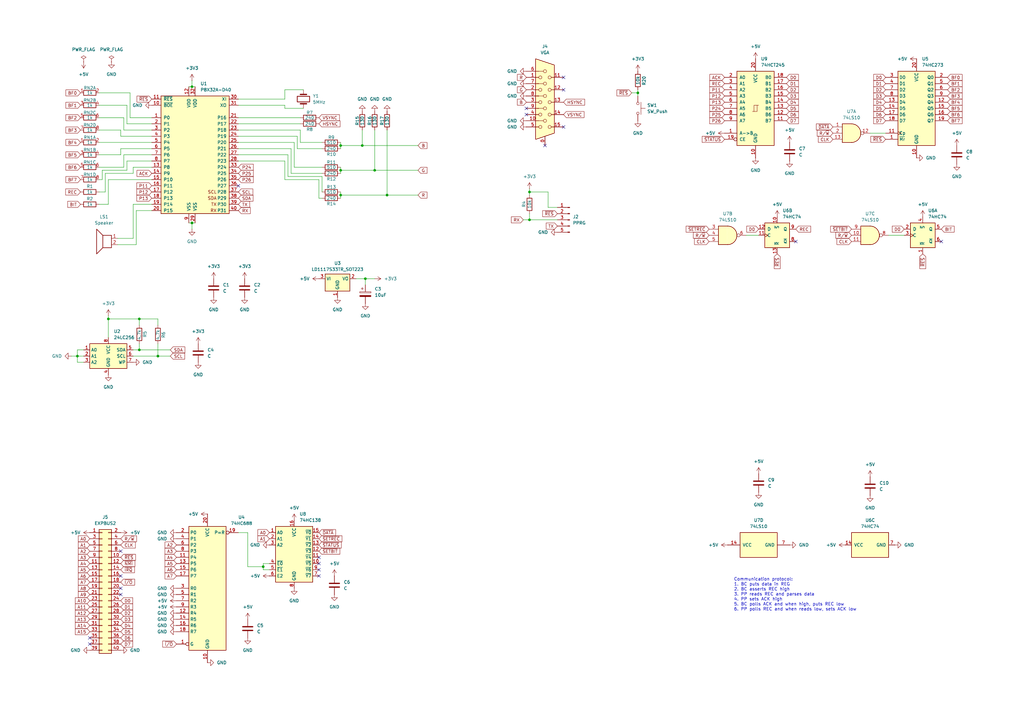
<source format=kicad_sch>
(kicad_sch (version 20231120) (generator "eeschema") (generator_version "8.0")
  (paper "A3")
  (title_block (title "Propeller VGA board for ByteCradle 6502 / Prototype") (date "2025-02-08") (rev "0"))
  (lib_symbols
    (symbol "74xx:74HC138"
      (property "Reference" "U" (at -7.62 13.97 0))
      (property "Value" "74HC138" (at 2.54 -11.43 0))
      (symbol "74HC138_1_1"
        (pin input line (at -10.16 10.16 0) (length 2.54) (name "A0") (number "1"))
        (pin output line (at 10.16 -2.54 180) (length 2.54) (name "~{Y5}") (number "10"))
        (pin output line (at 10.16 0 180) (length 2.54) (name "~{Y4}") (number "11"))
        (pin output line (at 10.16 2.54 180) (length 2.54) (name "~{Y3}") (number "12"))
        (pin output line (at 10.16 5.08 180) (length 2.54) (name "~{Y2}") (number "13"))
        (pin output line (at 10.16 7.62 180) (length 2.54) (name "~{Y1}") (number "14"))
        (pin output line (at 10.16 10.16 180) (length 2.54) (name "~{Y0}") (number "15"))
        (pin power_in line (at 0 15.24 270) (length 2.54) (name "VCC") (number "16"))
        (pin input line (at -10.16 7.62 0) (length 2.54) (name "A1") (number "2"))
        (pin input line (at -10.16 5.08 0) (length 2.54) (name "A2") (number "3"))
        (pin input line (at -10.16 -2.54 0) (length 2.54) (name "~{E0}") (number "4"))
        (pin input line (at -10.16 -5.08 0) (length 2.54) (name "~{E1}") (number "5"))
        (pin input line (at -10.16 -7.62 0) (length 2.54) (name "E2") (number "6"))
        (pin output line (at 10.16 -7.62 180) (length 2.54) (name "~{Y7}") (number "7"))
        (pin power_in line (at 0 -12.7 90) (length 2.54) (name "GND") (number "8"))
        (pin output line (at 10.16 -5.08 180) (length 2.54) (name "~{Y6}") (number "9"))
      )
    )
    (symbol "74xx:74HC245" (pin_names (offset 1.016))
      (property "Reference" "U" (at -7.62 16.51 0))
      (property "Value" "74HC245" (at -7.62 -16.51 0))
      (symbol "74HC245_1_0"
        (pin input line (at -12.7 -10.16 0) (length 5.08) (name "A->B") (number "1"))
        (pin power_in line (at 0 -20.32 90) (length 5.08) (name "GND") (number "10"))
        (pin tri_state line (at 12.7 -5.08 180) (length 5.08) (name "B7") (number "11"))
        (pin tri_state line (at 12.7 -2.54 180) (length 5.08) (name "B6") (number "12"))
        (pin tri_state line (at 12.7 0 180) (length 5.08) (name "B5") (number "13"))
        (pin tri_state line (at 12.7 2.54 180) (length 5.08) (name "B4") (number "14"))
        (pin tri_state line (at 12.7 5.08 180) (length 5.08) (name "B3") (number "15"))
        (pin tri_state line (at 12.7 7.62 180) (length 5.08) (name "B2") (number "16"))
        (pin tri_state line (at 12.7 10.16 180) (length 5.08) (name "B1") (number "17"))
        (pin tri_state line (at 12.7 12.7 180) (length 5.08) (name "B0") (number "18"))
        (pin input inverted (at -12.7 -12.7 0) (length 5.08) (name "CE") (number "19"))
        (pin tri_state line (at -12.7 12.7 0) (length 5.08) (name "A0") (number "2"))
        (pin power_in line (at 0 20.32 270) (length 5.08) (name "VCC") (number "20"))
        (pin tri_state line (at -12.7 10.16 0) (length 5.08) (name "A1") (number "3"))
        (pin tri_state line (at -12.7 7.62 0) (length 5.08) (name "A2") (number "4"))
        (pin tri_state line (at -12.7 5.08 0) (length 5.08) (name "A3") (number "5"))
        (pin tri_state line (at -12.7 2.54 0) (length 5.08) (name "A4") (number "6"))
        (pin tri_state line (at -12.7 0 0) (length 5.08) (name "A5") (number "7"))
        (pin tri_state line (at -12.7 -2.54 0) (length 5.08) (name "A6") (number "8"))
        (pin tri_state line (at -12.7 -5.08 0) (length 5.08) (name "A7") (number "9"))
      )
    )
    (symbol "74xx:74HC273"
      (property "Reference" "U" (at -7.62 16.51 0))
      (property "Value" "74HC273" (at -7.62 -16.51 0))
      (symbol "74HC273_1_0"
        (pin input line (at -12.7 -12.7 0) (length 5.08) (name "~{Mr}") (number "1"))
        (pin power_in line (at 0 -20.32 90) (length 5.08) (name "GND") (number "10"))
        (pin input clock (at -12.7 -10.16 0) (length 5.08) (name "Cp") (number "11"))
        (pin output line (at 12.7 2.54 180) (length 5.08) (name "Q4") (number "12"))
        (pin input line (at -12.7 2.54 0) (length 5.08) (name "D4") (number "13"))
        (pin input line (at -12.7 0 0) (length 5.08) (name "D5") (number "14"))
        (pin output line (at 12.7 0 180) (length 5.08) (name "Q5") (number "15"))
        (pin output line (at 12.7 -2.54 180) (length 5.08) (name "Q6") (number "16"))
        (pin input line (at -12.7 -2.54 0) (length 5.08) (name "D6") (number "17"))
        (pin input line (at -12.7 -5.08 0) (length 5.08) (name "D7") (number "18"))
        (pin output line (at 12.7 -5.08 180) (length 5.08) (name "Q7") (number "19"))
        (pin output line (at 12.7 12.7 180) (length 5.08) (name "Q0") (number "2"))
        (pin power_in line (at 0 20.32 270) (length 5.08) (name "VCC") (number "20"))
        (pin input line (at -12.7 12.7 0) (length 5.08) (name "D0") (number "3"))
        (pin input line (at -12.7 10.16 0) (length 5.08) (name "D1") (number "4"))
        (pin output line (at 12.7 10.16 180) (length 5.08) (name "Q1") (number "5"))
        (pin output line (at 12.7 7.62 180) (length 5.08) (name "Q2") (number "6"))
        (pin input line (at -12.7 7.62 0) (length 5.08) (name "D2") (number "7"))
        (pin input line (at -12.7 5.08 0) (length 5.08) (name "D3") (number "8"))
        (pin output line (at 12.7 5.08 180) (length 5.08) (name "Q3") (number "9"))
      )
    )
    (symbol "74xx:74HC688"
      (property "Reference" "U" (at -7.62 26.67 0))
      (property "Value" "74HC688" (at -7.62 -26.67 0))
      (symbol "74HC688_1_0"
        (pin input inverted (at -12.7 -22.86 0) (length 5.08) (name "G") (number "1"))
        (pin power_in line (at 0 -30.48 90) (length 5.08) (name "GND") (number "10"))
        (pin input line (at -12.7 12.7 0) (length 5.08) (name "P4") (number "11"))
        (pin input line (at -12.7 -10.16 0) (length 5.08) (name "R4") (number "12"))
        (pin input line (at -12.7 10.16 0) (length 5.08) (name "P5") (number "13"))
        (pin input line (at -12.7 -12.7 0) (length 5.08) (name "R5") (number "14"))
        (pin input line (at -12.7 7.62 0) (length 5.08) (name "P6") (number "15"))
        (pin input line (at -12.7 -15.24 0) (length 5.08) (name "R6") (number "16"))
        (pin input line (at -12.7 5.08 0) (length 5.08) (name "P7") (number "17"))
        (pin input line (at -12.7 -17.78 0) (length 5.08) (name "R7") (number "18"))
        (pin output inverted (at 12.7 22.86 180) (length 5.08) (name "P=R") (number "19"))
        (pin input line (at -12.7 22.86 0) (length 5.08) (name "P0") (number "2"))
        (pin power_in line (at 0 30.48 270) (length 5.08) (name "VCC") (number "20"))
        (pin input line (at -12.7 0 0) (length 5.08) (name "R0") (number "3"))
        (pin input line (at -12.7 20.32 0) (length 5.08) (name "P1") (number "4"))
        (pin input line (at -12.7 -2.54 0) (length 5.08) (name "R1") (number "5"))
        (pin input line (at -12.7 17.78 0) (length 5.08) (name "P2") (number "6"))
        (pin input line (at -12.7 -5.08 0) (length 5.08) (name "R2") (number "7"))
        (pin input line (at -12.7 15.24 0) (length 5.08) (name "P3") (number "8"))
        (pin input line (at -12.7 -7.62 0) (length 5.08) (name "R3") (number "9"))
      )
    )
    (symbol "74xx:74HC74" (pin_names (offset 1.016))
      (property "Reference" "U" (at -7.62 8.89 0))
      (property "Value" "74HC74" (at -7.62 -8.89 0))
      (symbol "74HC74_1_0"
        (pin input line (at 0 -7.62 90) (length 2.54) (name "~{R}") (number "1"))
        (pin input line (at -7.62 2.54 0) (length 2.54) (name "D") (number "2"))
        (pin input clock (at -7.62 0 0) (length 2.54) (name "C") (number "3"))
        (pin input line (at 0 7.62 270) (length 2.54) (name "~{S}") (number "4"))
        (pin output line (at 7.62 2.54 180) (length 2.54) (name "Q") (number "5"))
        (pin output line (at 7.62 -2.54 180) (length 2.54) (name "~{Q}") (number "6"))
      )
      (symbol "74HC74_2_0"
        (pin input line (at 0 7.62 270) (length 2.54) (name "~{S}") (number "10"))
        (pin input clock (at -7.62 0 0) (length 2.54) (name "C") (number "11"))
        (pin input line (at -7.62 2.54 0) (length 2.54) (name "D") (number "12"))
        (pin input line (at 0 -7.62 90) (length 2.54) (name "~{R}") (number "13"))
        (pin output line (at 7.62 -2.54 180) (length 2.54) (name "~{Q}") (number "8"))
        (pin output line (at 7.62 2.54 180) (length 2.54) (name "Q") (number "9"))
      )
      (symbol "74HC74_3_0"
        (pin power_in line (at 0 10.16 270) (length 2.54) (name "VCC") (number "14"))
        (pin power_in line (at 0 -10.16 90) (length 2.54) (name "GND") (number "7"))
      )
    )
    (symbol "74xx:74LS10" (pin_names (offset 1.016))
      (property "Reference" "U" (at 0 1.27 0))
      (property "Value" "74LS10" (at 0 -1.27 0))
      (symbol "74LS10_1_1"
        (pin input line (at -7.62 2.54 0) (length 3.81) (name "~") (number "1"))
        (pin output inverted (at 7.62 0 180) (length 3.81) (name "~") (number "12"))
        (pin input line (at -7.62 -2.54 0) (length 3.81) (name "~") (number "13"))
        (pin input line (at -7.62 0 0) (length 3.81) (name "~") (number "2"))
      )
      (symbol "74LS10_1_2"
        (pin input inverted (at -7.62 2.54 0) (length 4.318) (name "~") (number "1"))
        (pin output line (at 7.62 0 180) (length 3.81) (name "~") (number "12"))
        (pin input inverted (at -7.62 -2.54 0) (length 4.318) (name "~") (number "13"))
        (pin input inverted (at -7.62 0 0) (length 4.953) (name "~") (number "2"))
      )
      (symbol "74LS10_2_1"
        (pin input line (at -7.62 2.54 0) (length 3.81) (name "~") (number "3"))
        (pin input line (at -7.62 0 0) (length 3.81) (name "~") (number "4"))
        (pin input line (at -7.62 -2.54 0) (length 3.81) (name "~") (number "5"))
        (pin output inverted (at 7.62 0 180) (length 3.81) (name "~") (number "6"))
      )
      (symbol "74LS10_2_2"
        (pin input inverted (at -7.62 2.54 0) (length 4.318) (name "~") (number "3"))
        (pin input inverted (at -7.62 0 0) (length 4.953) (name "~") (number "4"))
        (pin input inverted (at -7.62 -2.54 0) (length 4.318) (name "~") (number "5"))
        (pin output line (at 7.62 0 180) (length 3.81) (name "~") (number "6"))
      )
      (symbol "74LS10_3_1"
        (pin input line (at -7.62 0 0) (length 3.81) (name "~") (number "10"))
        (pin input line (at -7.62 -2.54 0) (length 3.81) (name "~") (number "11"))
        (pin output inverted (at 7.62 0 180) (length 3.81) (name "~") (number "8"))
        (pin input line (at -7.62 2.54 0) (length 3.81) (name "~") (number "9"))
      )
      (symbol "74LS10_3_2"
        (pin input inverted (at -7.62 0 0) (length 4.953) (name "~") (number "10"))
        (pin input inverted (at -7.62 -2.54 0) (length 4.318) (name "~") (number "11"))
        (pin output line (at 7.62 0 180) (length 3.81) (name "~") (number "8"))
        (pin input inverted (at -7.62 2.54 0) (length 4.318) (name "~") (number "9"))
      )
      (symbol "74LS10_4_0"
        (pin power_in line (at 0 12.7 270) (length 5.08) (name "VCC") (number "14"))
        (pin power_in line (at 0 -12.7 90) (length 5.08) (name "GND") (number "7"))
      )
    )
    (symbol "Connector:Conn_01x05_Pin" (pin_names (offset 1.016) hide)
      (property "Reference" "J" (at 0 7.62 0))
      (property "Value" "Conn_01x05_Pin" (at 0 -7.62 0))
      (symbol "Conn_01x05_Pin_1_1"
        (pin passive line (at 5.08 5.08 180) (length 3.81) (name "Pin_1") (number "1"))
        (pin passive line (at 5.08 2.54 180) (length 3.81) (name "Pin_2") (number "2"))
        (pin passive line (at 5.08 0 180) (length 3.81) (name "Pin_3") (number "3"))
        (pin passive line (at 5.08 -2.54 180) (length 3.81) (name "Pin_4") (number "4"))
        (pin passive line (at 5.08 -5.08 180) (length 3.81) (name "Pin_5") (number "5"))
      )
    )
    (symbol "Connector:DE15_Receptacle_HighDensity_MountingHoles" (pin_names (offset 1.016) hide)
      (property "Reference" "J" (at 0 21.59 0))
      (property "Value" "DE15_Receptacle_HighDensity_MountingHoles" (at 0 19.05 0))
      (symbol "DE15_Receptacle_HighDensity_MountingHoles_1_1"
        (pin passive line (at 0 -17.78 90) (length 3.81) (name "~") (number "0"))
        (pin passive line (at -7.62 10.16 0) (length 5.08) (name "~") (number "1"))
        (pin passive line (at -7.62 -7.62 0) (length 5.08) (name "~") (number "10"))
        (pin passive line (at 7.62 10.16 180) (length 5.08) (name "~") (number "11"))
        (pin passive line (at 7.62 5.08 180) (length 5.08) (name "~") (number "12"))
        (pin passive line (at 7.62 0 180) (length 5.08) (name "~") (number "13"))
        (pin passive line (at 7.62 -5.08 180) (length 5.08) (name "~") (number "14"))
        (pin passive line (at 7.62 -10.16 180) (length 5.08) (name "~") (number "15"))
        (pin passive line (at -7.62 5.08 0) (length 5.08) (name "~") (number "2"))
        (pin passive line (at -7.62 0 0) (length 5.08) (name "~") (number "3"))
        (pin passive line (at -7.62 -5.08 0) (length 5.08) (name "~") (number "4"))
        (pin passive line (at -7.62 -10.16 0) (length 5.08) (name "~") (number "5"))
        (pin passive line (at -7.62 12.7 0) (length 5.08) (name "~") (number "6"))
        (pin passive line (at -7.62 7.62 0) (length 5.08) (name "~") (number "7"))
        (pin passive line (at -7.62 2.54 0) (length 5.08) (name "~") (number "8"))
        (pin passive line (at -7.62 -2.54 0) (length 5.08) (name "~") (number "9"))
      )
    )
    (symbol "Connector_Generic:Conn_02x20_Odd_Even" (pin_names (offset 1.016) hide)
      (property "Reference" "J" (at 1.27 25.4 0))
      (property "Value" "Conn_02x20_Odd_Even" (at 1.27 -27.94 0))
      (symbol "Conn_02x20_Odd_Even_1_1"
        (pin passive line (at -5.08 22.86 0) (length 3.81) (name "Pin_1") (number "1"))
        (pin passive line (at 7.62 12.7 180) (length 3.81) (name "Pin_10") (number "10"))
        (pin passive line (at -5.08 10.16 0) (length 3.81) (name "Pin_11") (number "11"))
        (pin passive line (at 7.62 10.16 180) (length 3.81) (name "Pin_12") (number "12"))
        (pin passive line (at -5.08 7.62 0) (length 3.81) (name "Pin_13") (number "13"))
        (pin passive line (at 7.62 7.62 180) (length 3.81) (name "Pin_14") (number "14"))
        (pin passive line (at -5.08 5.08 0) (length 3.81) (name "Pin_15") (number "15"))
        (pin passive line (at 7.62 5.08 180) (length 3.81) (name "Pin_16") (number "16"))
        (pin passive line (at -5.08 2.54 0) (length 3.81) (name "Pin_17") (number "17"))
        (pin passive line (at 7.62 2.54 180) (length 3.81) (name "Pin_18") (number "18"))
        (pin passive line (at -5.08 0 0) (length 3.81) (name "Pin_19") (number "19"))
        (pin passive line (at 7.62 22.86 180) (length 3.81) (name "Pin_2") (number "2"))
        (pin passive line (at 7.62 0 180) (length 3.81) (name "Pin_20") (number "20"))
        (pin passive line (at -5.08 -2.54 0) (length 3.81) (name "Pin_21") (number "21"))
        (pin passive line (at 7.62 -2.54 180) (length 3.81) (name "Pin_22") (number "22"))
        (pin passive line (at -5.08 -5.08 0) (length 3.81) (name "Pin_23") (number "23"))
        (pin passive line (at 7.62 -5.08 180) (length 3.81) (name "Pin_24") (number "24"))
        (pin passive line (at -5.08 -7.62 0) (length 3.81) (name "Pin_25") (number "25"))
        (pin passive line (at 7.62 -7.62 180) (length 3.81) (name "Pin_26") (number "26"))
        (pin passive line (at -5.08 -10.16 0) (length 3.81) (name "Pin_27") (number "27"))
        (pin passive line (at 7.62 -10.16 180) (length 3.81) (name "Pin_28") (number "28"))
        (pin passive line (at -5.08 -12.7 0) (length 3.81) (name "Pin_29") (number "29"))
        (pin passive line (at -5.08 20.32 0) (length 3.81) (name "Pin_3") (number "3"))
        (pin passive line (at 7.62 -12.7 180) (length 3.81) (name "Pin_30") (number "30"))
        (pin passive line (at -5.08 -15.24 0) (length 3.81) (name "Pin_31") (number "31"))
        (pin passive line (at 7.62 -15.24 180) (length 3.81) (name "Pin_32") (number "32"))
        (pin passive line (at -5.08 -17.78 0) (length 3.81) (name "Pin_33") (number "33"))
        (pin passive line (at 7.62 -17.78 180) (length 3.81) (name "Pin_34") (number "34"))
        (pin passive line (at -5.08 -20.32 0) (length 3.81) (name "Pin_35") (number "35"))
        (pin passive line (at 7.62 -20.32 180) (length 3.81) (name "Pin_36") (number "36"))
        (pin passive line (at -5.08 -22.86 0) (length 3.81) (name "Pin_37") (number "37"))
        (pin passive line (at 7.62 -22.86 180) (length 3.81) (name "Pin_38") (number "38"))
        (pin passive line (at -5.08 -25.4 0) (length 3.81) (name "Pin_39") (number "39"))
        (pin passive line (at 7.62 20.32 180) (length 3.81) (name "Pin_4") (number "4"))
        (pin passive line (at 7.62 -25.4 180) (length 3.81) (name "Pin_40") (number "40"))
        (pin passive line (at -5.08 17.78 0) (length 3.81) (name "Pin_5") (number "5"))
        (pin passive line (at 7.62 17.78 180) (length 3.81) (name "Pin_6") (number "6"))
        (pin passive line (at -5.08 15.24 0) (length 3.81) (name "Pin_7") (number "7"))
        (pin passive line (at 7.62 15.24 180) (length 3.81) (name "Pin_8") (number "8"))
        (pin passive line (at -5.08 12.7 0) (length 3.81) (name "Pin_9") (number "9"))
      )
    )
    (symbol "Device:C" (pin_numbers hide) (pin_names (offset 0.254))
      (property "Reference" "C" (at 0.635 2.54 0))
      (property "Value" "C" (at 0.635 -2.54 0))
      (symbol "C_1_1"
        (pin passive line (at 0 3.81 270) (length 2.794) (name "~") (number "1"))
        (pin passive line (at 0 -3.81 90) (length 2.794) (name "~") (number "2"))
      )
    )
    (symbol "Device:C_Polarized" (pin_numbers hide) (pin_names (offset 0.254))
      (property "Reference" "C" (at 0.635 2.54 0))
      (property "Value" "C_Polarized" (at 0.635 -2.54 0))
      (symbol "C_Polarized_1_1"
        (pin passive line (at 0 3.81 270) (length 2.794) (name "~") (number "1"))
        (pin passive line (at 0 -3.81 90) (length 2.794) (name "~") (number "2"))
      )
    )
    (symbol "Device:Crystal" (pin_numbers hide) (pin_names (offset 1.016) hide)
      (property "Reference" "Y" (at 0 3.81 0))
      (property "Value" "Crystal" (at 0 -3.81 0))
      (symbol "Crystal_1_1"
        (pin passive line (at -3.81 0 0) (length 1.27) (name "1") (number "1"))
        (pin passive line (at 3.81 0 180) (length 1.27) (name "2") (number "2"))
      )
    )
    (symbol "Device:R" (pin_numbers hide) (pin_names (offset 0))
      (property "Reference" "R" (at 2.032 0 90))
      (property "Value" "R" (at 0 0 90))
      (symbol "R_1_1"
        (pin passive line (at 0 3.81 270) (length 1.27) (name "~") (number "1"))
        (pin passive line (at 0 -3.81 90) (length 1.27) (name "~") (number "2"))
      )
    )
    (symbol "Device:R_Pack04_SIP_Split" (pin_names (offset 0) hide)
      (property "Reference" "RN" (at 2.032 0 90))
      (property "Value" "R_Pack04_SIP_Split" (at 0 0 90))
      (symbol "R_Pack04_SIP_Split_1_1"
        (pin passive line (at 0 -3.81 90) (length 1.27) (name "R1.1") (number "1"))
        (pin passive line (at 0 3.81 270) (length 1.27) (name "R1.2") (number "2"))
      )
      (symbol "R_Pack04_SIP_Split_2_1"
        (pin passive line (at 0 -3.81 90) (length 1.27) (name "R2.1") (number "3"))
        (pin passive line (at 0 3.81 270) (length 1.27) (name "R2.2") (number "4"))
      )
      (symbol "R_Pack04_SIP_Split_3_1"
        (pin passive line (at 0 -3.81 90) (length 1.27) (name "R3.1") (number "5"))
        (pin passive line (at 0 3.81 270) (length 1.27) (name "R3.2") (number "6"))
      )
      (symbol "R_Pack04_SIP_Split_4_1"
        (pin passive line (at 0 -3.81 90) (length 1.27) (name "R4.1") (number "7"))
        (pin passive line (at 0 3.81 270) (length 1.27) (name "R4.2") (number "8"))
      )
    )
    (symbol "Device:Speaker" (pin_names (offset 0) hide)
      (property "Reference" "LS" (at 1.27 5.715 0))
      (property "Value" "Speaker" (at 1.27 3.81 0))
      (symbol "Speaker_1_1"
        (pin input line (at -5.08 0 0) (length 2.54) (name "1") (number "1"))
        (pin input line (at -5.08 -2.54 0) (length 2.54) (name "2") (number "2"))
      )
    )
    (symbol "MCU_Parallax:P8X32A-D40" (pin_names (offset 1.016))
      (property "Reference" "U" (at -13.97 25.4 0))
      (property "Value" "P8X32A-D40" (at 1.27 25.4 0))
      (symbol "P8X32A-D40_0_1"
        (text "RX" (at 8.89 -22.86 0) (effects (font (size 1.27 1.27)) (justify right)))
        (text "SCL" (at 8.89 -15.24 0) (effects (font (size 1.27 1.27)) (justify right)))
        (text "SDA" (at 8.89 -17.78 0) (effects (font (size 1.27 1.27)) (justify right)))
        (text "TX" (at 8.89 -20.32 0) (effects (font (size 1.27 1.27)) (justify right)))
        (pin bidirectional line (at -17.78 15.24 0) (length 3.81) (name "P0") (number "1"))
        (pin input line (at -17.78 20.32 0) (length 3.81) (name "~{BOE}") (number "10"))
        (pin bidirectional line (at -17.78 22.86 0) (length 3.81) (name "~{RES}") (number "11"))
        (pin power_in line (at -2.54 27.94 270) (length 3.81) (name "VDD") (number "12"))
        (pin bidirectional line (at -17.78 -5.08 0) (length 3.81) (name "P8") (number "13"))
        (pin bidirectional line (at -17.78 -7.62 0) (length 3.81) (name "P9") (number "14"))
        (pin bidirectional line (at -17.78 -10.16 0) (length 3.81) (name "P10") (number "15"))
        (pin bidirectional line (at -17.78 -12.7 0) (length 3.81) (name "P11") (number "16"))
        (pin bidirectional line (at -17.78 -15.24 0) (length 3.81) (name "P12") (number "17"))
        (pin bidirectional line (at -17.78 -17.78 0) (length 3.81) (name "P13") (number "18"))
        (pin bidirectional line (at -17.78 -20.32 0) (length 3.81) (name "P14") (number "19"))
        (pin bidirectional line (at -17.78 12.7 0) (length 3.81) (name "P1") (number "2"))
        (pin bidirectional line (at -17.78 -22.86 0) (length 3.81) (name "P15") (number "20"))
        (pin bidirectional line (at 17.78 15.24 180) (length 3.81) (name "P16") (number "21"))
        (pin bidirectional line (at 17.78 12.7 180) (length 3.81) (name "P17") (number "22"))
        (pin bidirectional line (at 17.78 10.16 180) (length 3.81) (name "P18") (number "23"))
        (pin bidirectional line (at 17.78 7.62 180) (length 3.81) (name "P19") (number "24"))
        (pin bidirectional line (at 17.78 5.08 180) (length 3.81) (name "P20") (number "25"))
        (pin bidirectional line (at 17.78 2.54 180) (length 3.81) (name "P21") (number "26"))
        (pin bidirectional line (at 17.78 0 180) (length 3.81) (name "P22") (number "27"))
        (pin bidirectional line (at 17.78 -2.54 180) (length 3.81) (name "P23") (number "28"))
        (pin power_in line (at 0 -27.94 90) (length 3.81) (name "VSS") (number "29"))
        (pin bidirectional line (at -17.78 10.16 0) (length 3.81) (name "P2") (number "3"))
        (pin input line (at 17.78 22.86 180) (length 3.81) (name "XI") (number "30"))
        (pin output line (at 17.78 20.32 180) (length 3.81) (name "XO") (number "31"))
        (pin power_in line (at 0 27.94 270) (length 3.81) (name "VDD") (number "32"))
        (pin bidirectional line (at 17.78 -5.08 180) (length 3.81) (name "P24") (number "33"))
        (pin bidirectional line (at 17.78 -7.62 180) (length 3.81) (name "P25") (number "34"))
        (pin bidirectional line (at 17.78 -10.16 180) (length 3.81) (name "P26") (number "35"))
        (pin bidirectional line (at 17.78 -12.7 180) (length 3.81) (name "P27") (number "36"))
        (pin bidirectional line (at 17.78 -15.24 180) (length 3.81) (name "P28") (number "37"))
        (pin bidirectional line (at 17.78 -17.78 180) (length 3.81) (name "P29") (number "38"))
        (pin bidirectional line (at 17.78 -20.32 180) (length 3.81) (name "P30") (number "39"))
        (pin bidirectional line (at -17.78 7.62 0) (length 3.81) (name "P3") (number "4"))
        (pin bidirectional line (at 17.78 -22.86 180) (length 3.81) (name "P31") (number "40"))
        (pin bidirectional line (at -17.78 5.08 0) (length 3.81) (name "P4") (number "5"))
        (pin bidirectional line (at -17.78 2.54 0) (length 3.81) (name "P5") (number "6"))
        (pin bidirectional line (at -17.78 0 0) (length 3.81) (name "P6") (number "7"))
        (pin bidirectional line (at -17.78 -2.54 0) (length 3.81) (name "P7") (number "8"))
        (pin power_in line (at -2.54 -27.94 90) (length 3.81) (name "VSS") (number "9"))
      )
    )
    (symbol "Memory_EEPROM:24LC256"
      (property "Reference" "U" (at -6.35 6.35 0))
      (property "Value" "24LC256" (at 1.27 6.35 0))
      (symbol "24LC256_1_1"
        (pin input line (at -10.16 2.54 0) (length 2.54) (name "A0") (number "1"))
        (pin input line (at -10.16 0 0) (length 2.54) (name "A1") (number "2"))
        (pin input line (at -10.16 -2.54 0) (length 2.54) (name "A2") (number "3"))
        (pin power_in line (at 0 -7.62 90) (length 2.54) (name "GND") (number "4"))
        (pin bidirectional line (at 10.16 2.54 180) (length 2.54) (name "SDA") (number "5"))
        (pin input line (at 10.16 0 180) (length 2.54) (name "SCL") (number "6"))
        (pin input line (at 10.16 -2.54 180) (length 2.54) (name "WP") (number "7"))
        (pin power_in line (at 0 7.62 270) (length 2.54) (name "VCC") (number "8"))
      )
    )
    (symbol "Regulator_Linear:LD1117S33TR_SOT223"
      (property "Reference" "U" (at -3.81 3.175 0))
      (property "Value" "LD1117S33TR_SOT223" (at 0 3.175 0))
      (symbol "LD1117S33TR_SOT223_1_1"
        (pin power_in line (at 0 -7.62 90) (length 2.54) (name "GND") (number "1"))
        (pin power_out line (at 7.62 0 180) (length 2.54) (name "VO") (number "2"))
        (pin power_in line (at -7.62 0 0) (length 2.54) (name "VI") (number "3"))
      )
    )
    (symbol "Switch:SW_Push" (pin_numbers hide) (pin_names (offset 1.016) hide)
      (property "Reference" "SW" (at 1.27 2.54 0))
      (property "Value" "SW_Push" (at 0 -1.524 0))
      (symbol "SW_Push_0_1"
        (pin passive line (at -5.08 0 0) (length 2.54) (name "1") (number "1"))
        (pin passive line (at 5.08 0 180) (length 2.54) (name "2") (number "2"))
      )
    )
    (symbol "power:+3V3" (power) (pin_numbers hide) (pin_names (offset 0) hide)
      (property "Value" "+3V3" (at 0 3.556 0))
      (symbol "+3V3_1_1"
        (pin power_in line (at 0 0 90) (length 0) (name "~") (number "1"))
      )
    )
    (symbol "power:+5V" (power) (pin_numbers hide) (pin_names (offset 0) hide)
      (property "Value" "+5V" (at 0 3.556 0))
      (symbol "+5V_1_1"
        (pin power_in line (at 0 0 90) (length 0) (name "~") (number "1"))
      )
    )
    (symbol "power:GND" (power) (pin_numbers hide) (pin_names (offset 0) hide)
      (property "Value" "GND" (at 0 -3.81 0))
      (symbol "GND_1_1"
        (pin power_in line (at 0 0 270) (length 0) (name "~") (number "1"))
      )
    )
    (symbol "power:PWR_FLAG" (power) (pin_numbers hide) (pin_names (offset 0) hide)
      (property "Value" "PWR_FLAG" (at 0 3.81 0))
      (symbol "PWR_FLAG_0_0"
        (pin power_out line (at 0 0 90) (length 0) (name "~") (number "1"))
      )
    )
  )
  (junction (at 158.75 80.01))
  (junction (at 64.77 146.05))
  (junction (at 78.74 35.56))
  (junction (at 148.59 59.69))
  (junction (at 261.62 38.1))
  (junction (at 149.86 114.3))
  (junction (at 139.7 80.01))
  (junction (at 78.74 91.44))
  (junction (at 139.7 69.85))
  (junction (at 153.67 69.85))
  (junction (at 139.7 59.69))
  (junction (at 217.17 90.17))
  (junction (at 31.75 146.05))
  (junction (at 44.45 130.81))
  (junction (at 107.95 232.41))
  (junction (at 57.15 130.81))
  (junction (at 217.17 78.74))
  (junction (at 57.15 143.51))
  (no_connect (at 130.81 231.14))
  (no_connect (at 97.79 76.2))
  (no_connect (at 215.9 46.99))
  (no_connect (at 223.52 59.69))
  (no_connect (at 231.14 36.83))
  (no_connect (at 130.81 228.6))
  (no_connect (at 231.14 31.75))
  (no_connect (at 130.81 233.68))
  (no_connect (at 231.14 52.07))
  (no_connect (at 215.9 44.45))
  (no_connect (at 130.81 236.22))
  (no_connect (at 386.08 99.06))
  (no_connect (at 326.39 99.06))
  (no_connect (at 49.53 243.84))
  (no_connect (at 49.53 241.3))
  (no_connect (at 36.83 261.62))
  (no_connect (at 49.53 236.22))
  (no_connect (at 49.53 226.06))
  (no_connect (at 36.83 264.16))
  (wire (pts (xy 132.08 78.74) (xy 132.08 72.39)))
  (wire (pts (xy 148.59 53.34) (xy 148.59 59.69)))
  (wire (pts (xy 31.75 146.05) (xy 31.75 148.59)))
  (wire (pts (xy 54.61 68.58) (xy 54.61 71.12)))
  (wire (pts (xy 40.64 68.58) (xy 50.8 68.58)))
  (wire (pts (xy 31.75 146.05) (xy 34.29 146.05)))
  (wire (pts (xy 119.38 71.12) (xy 119.38 60.96)))
  (wire (pts (xy 49.53 60.96) (xy 62.23 60.96)))
  (wire (pts (xy 132.08 60.96) (xy 121.92 60.96)))
  (wire (pts (xy 50.8 48.26) (xy 50.8 53.34)))
  (wire (pts (xy 78.74 35.56) (xy 77.47 35.56)))
  (wire (pts (xy 78.74 33.02) (xy 78.74 35.56)))
  (wire (pts (xy 44.45 129.54) (xy 44.45 130.81)))
  (wire (pts (xy 29.21 146.05) (xy 31.75 146.05)))
  (wire (pts (xy 149.86 114.3) (xy 149.86 116.84)))
  (wire (pts (xy 52.07 66.04) (xy 62.23 66.04)))
  (wire (pts (xy 64.77 130.81) (xy 64.77 133.35)))
  (wire (pts (xy 53.34 38.1) (xy 53.34 48.26)))
  (wire (pts (xy 64.77 146.05) (xy 69.85 146.05)))
  (wire (pts (xy 48.26 100.33) (xy 55.88 100.33)))
  (wire (pts (xy 139.7 59.69) (xy 139.7 60.96)))
  (wire (pts (xy 120.65 58.42) (xy 97.79 58.42)))
  (wire (pts (xy 55.88 100.33) (xy 55.88 86.36)))
  (wire (pts (xy 149.86 114.3) (xy 153.67 114.3)))
  (wire (pts (xy 132.08 72.39) (xy 118.11 72.39)))
  (wire (pts (xy 40.64 48.26) (xy 50.8 48.26)))
  (wire (pts (xy 139.7 80.01) (xy 139.7 81.28)))
  (wire (pts (xy 31.75 146.05) (xy 31.75 143.51)))
  (wire (pts (xy 306.07 96.52) (xy 311.15 96.52)))
  (wire (pts (xy 116.84 40.64) (xy 97.79 40.64)))
  (wire (pts (xy 78.74 93.98) (xy 78.74 91.44)))
  (wire (pts (xy 224.79 78.74) (xy 217.17 78.74)))
  (wire (pts (xy 54.61 146.05) (xy 64.77 146.05)))
  (wire (pts (xy 53.34 48.26) (xy 62.23 48.26)))
  (wire (pts (xy 116.84 66.04) (xy 97.79 66.04)))
  (wire (pts (xy 118.11 63.5) (xy 97.79 63.5)))
  (wire (pts (xy 261.62 39.37) (xy 261.62 38.1)))
  (wire (pts (xy 132.08 71.12) (xy 119.38 71.12)))
  (wire (pts (xy 228.6 85.09) (xy 224.79 85.09)))
  (wire (pts (xy 116.84 36.83) (xy 116.84 40.64)))
  (wire (pts (xy 121.92 55.88) (xy 97.79 55.88)))
  (wire (pts (xy 40.64 53.34) (xy 49.53 53.34)))
  (wire (pts (xy 217.17 78.74) (xy 217.17 80.01)))
  (wire (pts (xy 64.77 146.05) (xy 64.77 140.97)))
  (wire (pts (xy 153.67 53.34) (xy 153.67 69.85)))
  (wire (pts (xy 217.17 87.63) (xy 217.17 90.17)))
  (wire (pts (xy 54.61 83.82) (xy 62.23 83.82)))
  (wire (pts (xy 153.67 69.85) (xy 171.45 69.85)))
  (wire (pts (xy 44.45 73.66) (xy 62.23 73.66)))
  (wire (pts (xy 50.8 63.5) (xy 62.23 63.5)))
  (wire (pts (xy 57.15 130.81) (xy 64.77 130.81)))
  (wire (pts (xy 48.26 97.79) (xy 54.61 97.79)))
  (wire (pts (xy 41.91 73.66) (xy 41.91 69.85)))
  (wire (pts (xy 31.75 148.59) (xy 34.29 148.59)))
  (wire (pts (xy 116.84 43.18) (xy 116.84 44.45)))
  (wire (pts (xy 217.17 90.17) (xy 228.6 90.17)))
  (wire (pts (xy 261.62 38.1) (xy 259.08 38.1)))
  (wire (pts (xy 40.64 73.66) (xy 41.91 73.66)))
  (wire (pts (xy 123.19 53.34) (xy 97.79 53.34)))
  (wire (pts (xy 118.11 72.39) (xy 118.11 63.5)))
  (wire (pts (xy 139.7 69.85) (xy 153.67 69.85)))
  (wire (pts (xy 52.07 43.18) (xy 52.07 50.8)))
  (wire (pts (xy 158.75 80.01) (xy 171.45 80.01)))
  (wire (pts (xy 40.64 78.74) (xy 43.18 78.74)))
  (wire (pts (xy 101.6 218.44) (xy 101.6 232.41)))
  (wire (pts (xy 148.59 59.69) (xy 171.45 59.69)))
  (wire (pts (xy 107.95 231.14) (xy 110.49 231.14)))
  (wire (pts (xy 214.63 90.17) (xy 217.17 90.17)))
  (wire (pts (xy 123.19 58.42) (xy 123.19 53.34)))
  (wire (pts (xy 139.7 58.42) (xy 139.7 59.69)))
  (wire (pts (xy 121.92 60.96) (xy 121.92 55.88)))
  (wire (pts (xy 50.8 53.34) (xy 62.23 53.34)))
  (wire (pts (xy 57.15 130.81) (xy 44.45 130.81)))
  (wire (pts (xy 139.7 59.69) (xy 148.59 59.69)))
  (wire (pts (xy 40.64 63.5) (xy 49.53 63.5)))
  (wire (pts (xy 41.91 69.85) (xy 52.07 69.85)))
  (wire (pts (xy 116.84 73.66) (xy 116.84 66.04)))
  (wire (pts (xy 107.95 233.68) (xy 107.95 232.41)))
  (wire (pts (xy 130.81 81.28) (xy 130.81 73.66)))
  (wire (pts (xy 120.65 68.58) (xy 120.65 58.42)))
  (wire (pts (xy 57.15 140.97) (xy 57.15 143.51)))
  (wire (pts (xy 78.74 91.44) (xy 80.01 91.44)))
  (wire (pts (xy 97.79 50.8) (xy 123.19 50.8)))
  (wire (pts (xy 31.75 143.51) (xy 34.29 143.51)))
  (wire (pts (xy 132.08 81.28) (xy 130.81 81.28)))
  (wire (pts (xy 146.05 114.3) (xy 149.86 114.3)))
  (wire (pts (xy 54.61 68.58) (xy 62.23 68.58)))
  (wire (pts (xy 364.49 96.52) (xy 370.84 96.52)))
  (wire (pts (xy 52.07 50.8) (xy 62.23 50.8)))
  (wire (pts (xy 217.17 77.47) (xy 217.17 78.74)))
  (wire (pts (xy 54.61 97.79) (xy 54.61 83.82)))
  (wire (pts (xy 132.08 68.58) (xy 120.65 68.58)))
  (wire (pts (xy 55.88 86.36) (xy 62.23 86.36)))
  (wire (pts (xy 43.18 71.12) (xy 54.61 71.12)))
  (wire (pts (xy 139.7 69.85) (xy 139.7 71.12)))
  (wire (pts (xy 57.15 133.35) (xy 57.15 130.81)))
  (wire (pts (xy 130.81 73.66) (xy 116.84 73.66)))
  (wire (pts (xy 119.38 60.96) (xy 97.79 60.96)))
  (wire (pts (xy 97.79 43.18) (xy 116.84 43.18)))
  (wire (pts (xy 40.64 83.82) (xy 44.45 83.82)))
  (wire (pts (xy 49.53 53.34) (xy 49.53 55.88)))
  (wire (pts (xy 124.46 36.83) (xy 116.84 36.83)))
  (wire (pts (xy 40.64 43.18) (xy 52.07 43.18)))
  (wire (pts (xy 43.18 78.74) (xy 43.18 71.12)))
  (wire (pts (xy 97.79 48.26) (xy 123.19 48.26)))
  (wire (pts (xy 116.84 44.45) (xy 124.46 44.45)))
  (wire (pts (xy 356.87 54.61) (xy 363.22 54.61)))
  (wire (pts (xy 44.45 130.81) (xy 44.45 138.43)))
  (wire (pts (xy 139.7 80.01) (xy 158.75 80.01)))
  (wire (pts (xy 57.15 143.51) (xy 69.85 143.51)))
  (wire (pts (xy 49.53 55.88) (xy 62.23 55.88)))
  (wire (pts (xy 78.74 35.56) (xy 80.01 35.56)))
  (wire (pts (xy 110.49 233.68) (xy 107.95 233.68)))
  (wire (pts (xy 40.64 58.42) (xy 62.23 58.42)))
  (wire (pts (xy 158.75 53.34) (xy 158.75 80.01)))
  (wire (pts (xy 101.6 232.41) (xy 107.95 232.41)))
  (wire (pts (xy 50.8 68.58) (xy 50.8 63.5)))
  (wire (pts (xy 132.08 58.42) (xy 123.19 58.42)))
  (wire (pts (xy 49.53 63.5) (xy 49.53 60.96)))
  (wire (pts (xy 139.7 78.74) (xy 139.7 80.01)))
  (wire (pts (xy 224.79 85.09) (xy 224.79 78.74)))
  (wire (pts (xy 261.62 36.83) (xy 261.62 38.1)))
  (wire (pts (xy 78.74 91.44) (xy 77.47 91.44)))
  (wire (pts (xy 52.07 69.85) (xy 52.07 66.04)))
  (wire (pts (xy 107.95 232.41) (xy 107.95 231.14)))
  (wire (pts (xy 40.64 38.1) (xy 53.34 38.1)))
  (wire (pts (xy 44.45 83.82) (xy 44.45 73.66)))
  (wire (pts (xy 97.79 218.44) (xy 101.6 218.44)))
  (wire (pts (xy 139.7 68.58) (xy 139.7 69.85)))
  (wire (pts (xy 57.15 143.51) (xy 54.61 143.51)))
  (text "Communication protocol:\n1. BC puts data in REG\n2. BC asserts REC high\n3. PP reads REC and parses data\n4. PP sets ACK high\n5. BC polls ACK and when high, puts REC low\n6. PP polls REC and when reads low, sets ACK low" (at 300.99 243.84 0) (effects (font (size 1.27 1.27)) (justify left)))
  (global_label "SCL" (shape input) (at 69.85 146.05 0) (property "Intersheetrefs" "${INTERSHEET_REFS}" (effects (hide yes))))
  (global_label "D1" (shape input) (at 363.22 34.29 180) (property "Intersheetrefs" "${INTERSHEET_REFS}" (effects (hide yes))))
  (global_label "D3" (shape input) (at 363.22 39.37 180) (property "Intersheetrefs" "${INTERSHEET_REFS}" (effects (hide yes))))
  (global_label "~{RES}" (shape input) (at 228.6 87.63 180) (property "Intersheetrefs" "${INTERSHEET_REFS}" (effects (hide yes))))
  (global_label "~{IRQ}" (shape input) (at 49.53 233.68 0) (property "Intersheetrefs" "${INTERSHEET_REFS}" (effects (hide yes))))
  (global_label "REC" (shape input) (at 33.02 78.74 180) (property "Intersheetrefs" "${INTERSHEET_REFS}" (effects (hide yes))))
  (global_label "A13" (shape input) (at 36.83 254 180) (property "Intersheetrefs" "${INTERSHEET_REFS}" (effects (hide yes))))
  (global_label "R" (shape input) (at 171.45 80.01 0) (property "Intersheetrefs" "${INTERSHEET_REFS}" (effects (hide yes))))
  (global_label "A4" (shape input) (at 72.39 228.6 180) (property "Intersheetrefs" "${INTERSHEET_REFS}" (effects (hide yes))))
  (global_label "P26" (shape input) (at 297.18 49.53 180) (property "Intersheetrefs" "${INTERSHEET_REFS}" (effects (hide yes))))
  (global_label "VSYNC" (shape input) (at 130.81 48.26 0) (property "Intersheetrefs" "${INTERSHEET_REFS}" (effects (hide yes))))
  (global_label "D7" (shape input) (at 322.58 49.53 0) (property "Intersheetrefs" "${INTERSHEET_REFS}" (effects (hide yes))))
  (global_label "D2" (shape input) (at 363.22 36.83 180) (property "Intersheetrefs" "${INTERSHEET_REFS}" (effects (hide yes))))
  (global_label "BF1" (shape input) (at 33.02 43.18 180) (property "Intersheetrefs" "${INTERSHEET_REFS}" (effects (hide yes))))
  (global_label "TX" (shape input) (at 97.79 83.82 0) (property "Intersheetrefs" "${INTERSHEET_REFS}" (effects (hide yes))))
  (global_label "~{DATA}" (shape input) (at 341.63 52.07 180) (property "Intersheetrefs" "${INTERSHEET_REFS}" (effects (hide yes))))
  (global_label "D2" (shape input) (at 322.58 36.83 0) (property "Intersheetrefs" "${INTERSHEET_REFS}" (effects (hide yes))))
  (global_label "G" (shape input) (at 215.9 36.83 180) (property "Intersheetrefs" "${INTERSHEET_REFS}" (effects (hide yes))))
  (global_label "D7" (shape input) (at 363.22 49.53 180) (property "Intersheetrefs" "${INTERSHEET_REFS}" (effects (hide yes))))
  (global_label "REC" (shape input) (at 297.18 34.29 180) (property "Intersheetrefs" "${INTERSHEET_REFS}" (effects (hide yes))))
  (global_label "A0" (shape input) (at 110.49 218.44 180) (property "Intersheetrefs" "${INTERSHEET_REFS}" (effects (hide yes))))
  (global_label "P11" (shape input) (at 62.23 76.2 180) (property "Intersheetrefs" "${INTERSHEET_REFS}" (effects (hide yes))))
  (global_label "~{RES}" (shape input) (at 378.46 104.14 270) (property "Intersheetrefs" "${INTERSHEET_REFS}" (effects (hide yes))))
  (global_label "ACK" (shape input) (at 62.23 71.12 180) (property "Intersheetrefs" "${INTERSHEET_REFS}" (effects (hide yes))))
  (global_label "BF4" (shape input) (at 388.62 41.91 0) (property "Intersheetrefs" "${INTERSHEET_REFS}" (effects (hide yes))))
  (global_label "R{slash}~{W}" (shape input) (at 341.63 54.61 180) (property "Intersheetrefs" "${INTERSHEET_REFS}" (effects (hide yes))))
  (global_label "BF6" (shape input) (at 33.02 68.58 180) (property "Intersheetrefs" "${INTERSHEET_REFS}" (effects (hide yes))))
  (global_label "CLK" (shape input) (at 341.63 57.15 180) (property "Intersheetrefs" "${INTERSHEET_REFS}" (effects (hide yes))))
  (global_label "D3" (shape input) (at 49.53 254 0) (property "Intersheetrefs" "${INTERSHEET_REFS}" (effects (hide yes))))
  (global_label "A14" (shape input) (at 36.83 256.54 180) (property "Intersheetrefs" "${INTERSHEET_REFS}" (effects (hide yes))))
  (global_label "P24" (shape input) (at 97.79 68.58 0) (property "Intersheetrefs" "${INTERSHEET_REFS}" (effects (hide yes))))
  (global_label "BF2" (shape input) (at 33.02 48.26 180) (property "Intersheetrefs" "${INTERSHEET_REFS}" (effects (hide yes))))
  (global_label "D4" (shape input) (at 322.58 41.91 0) (property "Intersheetrefs" "${INTERSHEET_REFS}" (effects (hide yes))))
  (global_label "~{STATUS}" (shape input) (at 130.81 223.52 0) (property "Intersheetrefs" "${INTERSHEET_REFS}" (effects (hide yes))))
  (global_label "D0" (shape input) (at 49.53 246.38 0) (property "Intersheetrefs" "${INTERSHEET_REFS}" (effects (hide yes))))
  (global_label "D1" (shape input) (at 49.53 248.92 0) (property "Intersheetrefs" "${INTERSHEET_REFS}" (effects (hide yes))))
  (global_label "R{slash}~{W}" (shape input) (at 290.83 96.52 180) (property "Intersheetrefs" "${INTERSHEET_REFS}" (effects (hide yes))))
  (global_label "A7" (shape input) (at 72.39 236.22 180) (property "Intersheetrefs" "${INTERSHEET_REFS}" (effects (hide yes))))
  (global_label "A4" (shape input) (at 36.83 231.14 180) (property "Intersheetrefs" "${INTERSHEET_REFS}" (effects (hide yes))))
  (global_label "P12" (shape input) (at 62.23 78.74 180) (property "Intersheetrefs" "${INTERSHEET_REFS}" (effects (hide yes))))
  (global_label "HSYNC" (shape input) (at 231.14 41.91 0) (property "Intersheetrefs" "${INTERSHEET_REFS}" (effects (hide yes))))
  (global_label "D0" (shape input) (at 370.84 93.98 180) (property "Intersheetrefs" "${INTERSHEET_REFS}" (effects (hide yes))))
  (global_label "R{slash}~{W}" (shape input) (at 49.53 220.98 0) (property "Intersheetrefs" "${INTERSHEET_REFS}" (effects (hide yes))))
  (global_label "~{RES}" (shape input) (at 363.22 57.15 180) (property "Intersheetrefs" "${INTERSHEET_REFS}" (effects (hide yes))))
  (global_label "D2" (shape input) (at 49.53 251.46 0) (property "Intersheetrefs" "${INTERSHEET_REFS}" (effects (hide yes))))
  (global_label "~{RES}" (shape input) (at 318.77 104.14 270) (property "Intersheetrefs" "${INTERSHEET_REFS}" (effects (hide yes))))
  (global_label "P13" (shape input) (at 62.23 81.28 180) (property "Intersheetrefs" "${INTERSHEET_REFS}" (effects (hide yes))))
  (global_label "A12" (shape input) (at 36.83 251.46 180) (property "Intersheetrefs" "${INTERSHEET_REFS}" (effects (hide yes))))
  (global_label "D5" (shape input) (at 322.58 44.45 0) (property "Intersheetrefs" "${INTERSHEET_REFS}" (effects (hide yes))))
  (global_label "P26" (shape input) (at 97.79 73.66 0) (property "Intersheetrefs" "${INTERSHEET_REFS}" (effects (hide yes))))
  (global_label "P13" (shape input) (at 297.18 41.91 180) (property "Intersheetrefs" "${INTERSHEET_REFS}" (effects (hide yes))))
  (global_label "BF6" (shape input) (at 388.62 46.99 0) (property "Intersheetrefs" "${INTERSHEET_REFS}" (effects (hide yes))))
  (global_label "P25" (shape input) (at 97.79 71.12 0) (property "Intersheetrefs" "${INTERSHEET_REFS}" (effects (hide yes))))
  (global_label "SCL" (shape input) (at 97.79 78.74 0) (property "Intersheetrefs" "${INTERSHEET_REFS}" (effects (hide yes))))
  (global_label "BIT" (shape input) (at 386.08 93.98 0) (property "Intersheetrefs" "${INTERSHEET_REFS}" (effects (hide yes))))
  (global_label "A0" (shape input) (at 36.83 220.98 180) (property "Intersheetrefs" "${INTERSHEET_REFS}" (effects (hide yes))))
  (global_label "~{SETBIT}" (shape input) (at 130.81 226.06 0) (property "Intersheetrefs" "${INTERSHEET_REFS}" (effects (hide yes))))
  (global_label "~{I{slash}O}" (shape input) (at 72.39 264.16 180) (property "Intersheetrefs" "${INTERSHEET_REFS}" (effects (hide yes))))
  (global_label "D1" (shape input) (at 322.58 34.29 0) (property "Intersheetrefs" "${INTERSHEET_REFS}" (effects (hide yes))))
  (global_label "~{NMI}" (shape input) (at 49.53 231.14 0) (property "Intersheetrefs" "${INTERSHEET_REFS}" (effects (hide yes))))
  (global_label "A7" (shape input) (at 36.83 238.76 180) (property "Intersheetrefs" "${INTERSHEET_REFS}" (effects (hide yes))))
  (global_label "BF7" (shape input) (at 388.62 49.53 0) (property "Intersheetrefs" "${INTERSHEET_REFS}" (effects (hide yes))))
  (global_label "D5" (shape input) (at 49.53 259.08 0) (property "Intersheetrefs" "${INTERSHEET_REFS}" (effects (hide yes))))
  (global_label "R{slash}~{W}" (shape input) (at 349.25 96.52 180) (property "Intersheetrefs" "${INTERSHEET_REFS}" (effects (hide yes))))
  (global_label "A2" (shape input) (at 72.39 223.52 180) (property "Intersheetrefs" "${INTERSHEET_REFS}" (effects (hide yes))))
  (global_label "R" (shape input) (at 215.9 31.75 180) (property "Intersheetrefs" "${INTERSHEET_REFS}" (effects (hide yes))))
  (global_label "~{DATA}" (shape input) (at 130.81 218.44 0) (property "Intersheetrefs" "${INTERSHEET_REFS}" (effects (hide yes))))
  (global_label "B" (shape input) (at 171.45 59.69 0) (property "Intersheetrefs" "${INTERSHEET_REFS}" (effects (hide yes))))
  (global_label "BF1" (shape input) (at 388.62 34.29 0) (property "Intersheetrefs" "${INTERSHEET_REFS}" (effects (hide yes))))
  (global_label "A11" (shape input) (at 36.83 248.92 180) (property "Intersheetrefs" "${INTERSHEET_REFS}" (effects (hide yes))))
  (global_label "REC" (shape input) (at 326.39 93.98 0) (property "Intersheetrefs" "${INTERSHEET_REFS}" (effects (hide yes))))
  (global_label "ACK" (shape input) (at 297.18 31.75 180) (property "Intersheetrefs" "${INTERSHEET_REFS}" (effects (hide yes))))
  (global_label "A2" (shape input) (at 36.83 226.06 180) (property "Intersheetrefs" "${INTERSHEET_REFS}" (effects (hide yes))))
  (global_label "D6" (shape input) (at 363.22 46.99 180) (property "Intersheetrefs" "${INTERSHEET_REFS}" (effects (hide yes))))
  (global_label "D0" (shape input) (at 311.15 93.98 180) (property "Intersheetrefs" "${INTERSHEET_REFS}" (effects (hide yes))))
  (global_label "BF0" (shape input) (at 33.02 38.1 180) (property "Intersheetrefs" "${INTERSHEET_REFS}" (effects (hide yes))))
  (global_label "A9" (shape input) (at 36.83 243.84 180) (property "Intersheetrefs" "${INTERSHEET_REFS}" (effects (hide yes))))
  (global_label "D4" (shape input) (at 49.53 256.54 0) (property "Intersheetrefs" "${INTERSHEET_REFS}" (effects (hide yes))))
  (global_label "A6" (shape input) (at 36.83 236.22 180) (property "Intersheetrefs" "${INTERSHEET_REFS}" (effects (hide yes))))
  (global_label "D6" (shape input) (at 322.58 46.99 0) (property "Intersheetrefs" "${INTERSHEET_REFS}" (effects (hide yes))))
  (global_label "BF0" (shape input) (at 388.62 31.75 0) (property "Intersheetrefs" "${INTERSHEET_REFS}" (effects (hide yes))))
  (global_label "~{STATUS}" (shape input) (at 297.18 57.15 180) (property "Intersheetrefs" "${INTERSHEET_REFS}" (effects (hide yes))))
  (global_label "D0" (shape input) (at 322.58 31.75 0) (property "Intersheetrefs" "${INTERSHEET_REFS}" (effects (hide yes))))
  (global_label "CLK" (shape input) (at 349.25 99.06 180) (property "Intersheetrefs" "${INTERSHEET_REFS}" (effects (hide yes))))
  (global_label "RX" (shape input) (at 214.63 90.17 180) (property "Intersheetrefs" "${INTERSHEET_REFS}" (effects (hide yes))))
  (global_label "D7" (shape input) (at 49.53 264.16 0) (property "Intersheetrefs" "${INTERSHEET_REFS}" (effects (hide yes))))
  (global_label "G" (shape input) (at 171.45 69.85 0) (property "Intersheetrefs" "${INTERSHEET_REFS}" (effects (hide yes))))
  (global_label "~{SETBIT}" (shape input) (at 349.25 93.98 180) (property "Intersheetrefs" "${INTERSHEET_REFS}" (effects (hide yes))))
  (global_label "~{I{slash}O}" (shape input) (at 49.53 238.76 0) (property "Intersheetrefs" "${INTERSHEET_REFS}" (effects (hide yes))))
  (global_label "BF2" (shape input) (at 388.62 36.83 0) (property "Intersheetrefs" "${INTERSHEET_REFS}" (effects (hide yes))))
  (global_label "~{RES}" (shape input) (at 259.08 38.1 180) (property "Intersheetrefs" "${INTERSHEET_REFS}" (effects (hide yes))))
  (global_label "CLK" (shape input) (at 290.83 99.06 180) (property "Intersheetrefs" "${INTERSHEET_REFS}" (effects (hide yes))))
  (global_label "D4" (shape input) (at 363.22 41.91 180) (property "Intersheetrefs" "${INTERSHEET_REFS}" (effects (hide yes))))
  (global_label "~{RES}" (shape input) (at 49.53 228.6 0) (property "Intersheetrefs" "${INTERSHEET_REFS}" (effects (hide yes))))
  (global_label "BF4" (shape input) (at 33.02 58.42 180) (property "Intersheetrefs" "${INTERSHEET_REFS}" (effects (hide yes))))
  (global_label "B" (shape input) (at 215.9 41.91 180) (property "Intersheetrefs" "${INTERSHEET_REFS}" (effects (hide yes))))
  (global_label "A1" (shape input) (at 36.83 223.52 180) (property "Intersheetrefs" "${INTERSHEET_REFS}" (effects (hide yes))))
  (global_label "D5" (shape input) (at 363.22 44.45 180) (property "Intersheetrefs" "${INTERSHEET_REFS}" (effects (hide yes))))
  (global_label "~{RES}" (shape input) (at 62.23 40.64 180) (property "Intersheetrefs" "${INTERSHEET_REFS}" (effects (hide yes))))
  (global_label "D0" (shape input) (at 363.22 31.75 180) (property "Intersheetrefs" "${INTERSHEET_REFS}" (effects (hide yes))))
  (global_label "A5" (shape input) (at 72.39 231.14 180) (property "Intersheetrefs" "${INTERSHEET_REFS}" (effects (hide yes))))
  (global_label "VSYNC" (shape input) (at 231.14 46.99 0) (property "Intersheetrefs" "${INTERSHEET_REFS}" (effects (hide yes))))
  (global_label "A10" (shape input) (at 36.83 246.38 180) (property "Intersheetrefs" "${INTERSHEET_REFS}" (effects (hide yes))))
  (global_label "BF3" (shape input) (at 388.62 39.37 0) (property "Intersheetrefs" "${INTERSHEET_REFS}" (effects (hide yes))))
  (global_label "RX" (shape input) (at 97.79 86.36 0) (property "Intersheetrefs" "${INTERSHEET_REFS}" (effects (hide yes))))
  (global_label "D3" (shape input) (at 322.58 39.37 0) (property "Intersheetrefs" "${INTERSHEET_REFS}" (effects (hide yes))))
  (global_label "SDA" (shape input) (at 69.85 143.51 0) (property "Intersheetrefs" "${INTERSHEET_REFS}" (effects (hide yes))))
  (global_label "HSYNC" (shape input) (at 130.81 50.8 0) (property "Intersheetrefs" "${INTERSHEET_REFS}" (effects (hide yes))))
  (global_label "P11" (shape input) (at 297.18 36.83 180) (property "Intersheetrefs" "${INTERSHEET_REFS}" (effects (hide yes))))
  (global_label "A15" (shape input) (at 36.83 259.08 180) (property "Intersheetrefs" "${INTERSHEET_REFS}" (effects (hide yes))))
  (global_label "~{SETREC}" (shape input) (at 290.83 93.98 180) (property "Intersheetrefs" "${INTERSHEET_REFS}" (effects (hide yes))))
  (global_label "A1" (shape input) (at 110.49 220.98 180) (property "Intersheetrefs" "${INTERSHEET_REFS}" (effects (hide yes))))
  (global_label "A6" (shape input) (at 72.39 233.68 180) (property "Intersheetrefs" "${INTERSHEET_REFS}" (effects (hide yes))))
  (global_label "P24" (shape input) (at 297.18 44.45 180) (property "Intersheetrefs" "${INTERSHEET_REFS}" (effects (hide yes))))
  (global_label "BF5" (shape input) (at 33.02 63.5 180) (property "Intersheetrefs" "${INTERSHEET_REFS}" (effects (hide yes))))
  (global_label "TX" (shape input) (at 228.6 92.71 180) (property "Intersheetrefs" "${INTERSHEET_REFS}" (effects (hide yes))))
  (global_label "A3" (shape input) (at 36.83 228.6 180) (property "Intersheetrefs" "${INTERSHEET_REFS}" (effects (hide yes))))
  (global_label "A8" (shape input) (at 36.83 241.3 180) (property "Intersheetrefs" "${INTERSHEET_REFS}" (effects (hide yes))))
  (global_label "BIT" (shape input) (at 33.02 83.82 180) (property "Intersheetrefs" "${INTERSHEET_REFS}" (effects (hide yes))))
  (global_label "BF3" (shape input) (at 33.02 53.34 180) (property "Intersheetrefs" "${INTERSHEET_REFS}" (effects (hide yes))))
  (global_label "BF7" (shape input) (at 33.02 73.66 180) (property "Intersheetrefs" "${INTERSHEET_REFS}" (effects (hide yes))))
  (global_label "BF5" (shape input) (at 388.62 44.45 0) (property "Intersheetrefs" "${INTERSHEET_REFS}" (effects (hide yes))))
  (global_label "A5" (shape input) (at 36.83 233.68 180) (property "Intersheetrefs" "${INTERSHEET_REFS}" (effects (hide yes))))
  (global_label "P25" (shape input) (at 297.18 46.99 180) (property "Intersheetrefs" "${INTERSHEET_REFS}" (effects (hide yes))))
  (global_label "~{SETREC}" (shape input) (at 130.81 220.98 0) (property "Intersheetrefs" "${INTERSHEET_REFS}" (effects (hide yes))))
  (global_label "D6" (shape input) (at 49.53 261.62 0) (property "Intersheetrefs" "${INTERSHEET_REFS}" (effects (hide yes))))
  (global_label "A3" (shape input) (at 72.39 226.06 180) (property "Intersheetrefs" "${INTERSHEET_REFS}" (effects (hide yes))))
  (global_label "CLK" (shape input) (at 49.53 223.52 0) (property "Intersheetrefs" "${INTERSHEET_REFS}" (effects (hide yes))))
  (global_label "P12" (shape input) (at 297.18 39.37 180) (property "Intersheetrefs" "${INTERSHEET_REFS}" (effects (hide yes))))
  (global_label "SDA" (shape input) (at 97.79 81.28 0) (property "Intersheetrefs" "${INTERSHEET_REFS}" (effects (hide yes))))
  (symbol (lib_id "74xx:74LS10") (at 349.25 54.61 0) (unit 1)
    (property "Reference" "U7" (at 349.2417 45.72 0))
    (property "Value" "74LS10" (at 349.2417 48.26 0))
    (property "Footprint" "Package_DIP:DIP-14_W7.62mm_Socket" (effects (hide yes)))
    (property "Datasheet" "http://www.ti.com/lit/gpn/sn74LS10" (effects (hide yes)))
    (property "Description" "Triple 3-input NAND" (effects (hide yes)))
  )
  (symbol (lib_id "power:GND") (at 309.88 64.77 0) (unit 1)
    (property "Reference" "#PWR053" (effects (hide yes)))
    (property "Value" "GND" (at 309.88 69.85 0))
    (property "Description" "Power symbol creates a global label with name \"GND\" , ground" (effects (hide yes)))
  )
  (symbol (lib_id "power:+3V3") (at 100.33 114.3 0) (unit 1)
    (property "Reference" "#PWR04" (effects (hide yes)))
    (property "Value" "+3V3" (at 100.33 109.22 0))
    (property "Description" "Power symbol creates a global label with name \"+3V3\"" (effects (hide yes)))
  )
  (symbol (lib_id "74xx:74HC245") (at 309.88 44.45 0) (unit 1)
    (property "Reference" "U9" (at 312.0741 24.13 0) (effects (justify left)))
    (property "Value" "74HCT245" (at 312.0741 26.67 0) (effects (justify left)))
    (property "Footprint" "Package_DIP:DIP-20_W7.62mm_Socket" (effects (hide yes)))
    (property "Datasheet" "http://www.ti.com/lit/gpn/sn74HC245" (effects (hide yes)))
    (property "Description" "Octal BUS Transceivers, 3-State outputs" (effects (hide yes)))
  )
  (symbol (lib_id "Device:R") (at 135.89 68.58 90) (unit 1)
    (property "Reference" "R11" (at 135.89 66.548 90))
    (property "Value" "510" (at 135.89 68.58 90))
    (property "Footprint" "Resistor_THT:R_Axial_DIN0207_L6.3mm_D2.5mm_P7.62mm_Horizontal" (effects (hide yes)))
    (property "Description" "Resistor" (effects (hide yes)))
  )
  (symbol (lib_id "Device:R") (at 36.83 83.82 90) (unit 1)
    (property "Reference" "R2" (at 36.83 81.534 90))
    (property "Value" "1k" (at 36.83 83.82 90))
    (property "Footprint" "Resistor_THT:R_Axial_DIN0207_L6.3mm_D2.5mm_P7.62mm_Horizontal" (effects (hide yes)))
    (property "Description" "Resistor" (effects (hide yes)))
  )
  (symbol (lib_id "power:+5V") (at 346.71 223.52 90) (unit 1)
    (property "Reference" "#PWR043" (effects (hide yes)))
    (property "Value" "+5V" (at 342.9 223.5199 90) (effects (justify left)))
    (property "Description" "Power symbol creates a global label with name \"+5V\"" (effects (hide yes)))
  )
  (symbol (lib_id "Device:R_Pack04_SIP_Split") (at 36.83 53.34 270) (unit 4)
    (property "Reference" "RN2" (at 36.83 51.308 90))
    (property "Value" "1k" (at 36.83 53.34 90))
    (property "Footprint" "Resistor_THT:R_Array_SIP8" (effects (hide yes)))
    (property "Datasheet" "http://www.vishay.com/docs/31509/csc.pdf" (effects (hide yes)))
    (property "Description" "4 resistor network, parallel topology, SIP package, split" (effects (hide yes)))
  )
  (symbol (lib_id "Device:C_Polarized") (at 149.86 120.65 0) (unit 1)
    (property "Reference" "C3" (at 153.67 118.4909 0) (effects (justify left)))
    (property "Value" "10uF" (at 153.67 121.0309 0) (effects (justify left)))
    (property "Footprint" "Capacitor_THT:CP_Radial_D5.0mm_P2.50mm" (effects (hide yes)))
    (property "Description" "Polarized capacitor" (effects (hide yes)))
  )
  (symbol (lib_id "power:GND") (at 120.65 241.3 0) (unit 1)
    (property "Reference" "#PWR051" (effects (hide yes)))
    (property "Value" "GND" (at 120.65 246.38 0))
    (property "Description" "Power symbol creates a global label with name \"GND\" , ground" (effects (hide yes)))
  )
  (symbol (lib_id "power:GND") (at 261.62 49.53 0) (unit 1)
    (property "Reference" "#PWR032" (effects (hide yes)))
    (property "Value" "GND" (at 261.62 54.61 0))
    (property "Description" "Power symbol creates a global label with name \"GND\" , ground" (effects (hide yes)))
  )
  (symbol (lib_id "Device:C") (at 100.33 118.11 0) (unit 1)
    (property "Reference" "C2" (at 104.14 116.8399 0) (effects (justify left)))
    (property "Value" "C" (at 104.14 119.3799 0) (effects (justify left)))
    (property "Footprint" "Capacitor_THT:C_Disc_D5.0mm_W2.5mm_P5.00mm" (effects (hide yes)))
    (property "Description" "Unpolarized capacitor" (effects (hide yes)))
  )
  (symbol (lib_id "power:+5V") (at 356.87 195.58 0) (unit 1)
    (property "Reference" "#PWR067" (effects (hide yes)))
    (property "Value" "+5V" (at 356.87 190.5 0))
    (property "Description" "Power symbol creates a global label with name \"+5V\"" (effects (hide yes)))
  )
  (symbol (lib_id "power:GND") (at 149.86 124.46 0) (unit 1)
    (property "Reference" "#PWR026" (effects (hide yes)))
    (property "Value" "GND" (at 149.86 129.54 0))
    (property "Description" "Power symbol creates a global label with name \"GND\" , ground" (effects (hide yes)))
  )
  (symbol (lib_id "power:GND") (at 72.39 243.84 270) (unit 1)
    (property "Reference" "#PWR056" (effects (hide yes)))
    (property "Value" "GND" (at 68.58 243.8399 90) (effects (justify right)))
    (property "Description" "Power symbol creates a global label with name \"GND\" , ground" (effects (hide yes)))
  )
  (symbol (lib_id "power:GND") (at 311.15 201.93 0) (unit 1)
    (property "Reference" "#PWR066" (effects (hide yes)))
    (property "Value" "GND" (at 311.15 207.01 0))
    (property "Description" "Power symbol creates a global label with name \"GND\" , ground" (effects (hide yes)))
  )
  (symbol (lib_id "power:GND") (at 72.39 251.46 270) (unit 1)
    (property "Reference" "#PWR071" (effects (hide yes)))
    (property "Value" "GND" (at 68.58 251.4599 90) (effects (justify right)))
    (property "Description" "Power symbol creates a global label with name \"GND\" , ground" (effects (hide yes)))
  )
  (symbol (lib_id "power:GND") (at 215.9 34.29 270) (unit 1)
    (property "Reference" "#PWR013" (effects (hide yes)))
    (property "Value" "GND" (at 212.09 34.2899 90) (effects (justify right)))
    (property "Description" "Power symbol creates a global label with name \"GND\" , ground" (effects (hide yes)))
  )
  (symbol (lib_id "Device:C") (at 81.28 144.78 0) (unit 1)
    (property "Reference" "C4" (at 85.09 143.5099 0) (effects (justify left)))
    (property "Value" "C" (at 85.09 146.0499 0) (effects (justify left)))
    (property "Footprint" "Capacitor_THT:C_Disc_D5.0mm_W2.5mm_P5.00mm" (effects (hide yes)))
    (property "Description" "Unpolarized capacitor" (effects (hide yes)))
  )
  (symbol (lib_id "power:+5V") (at 311.15 194.31 0) (unit 1)
    (property "Reference" "#PWR065" (effects (hide yes)))
    (property "Value" "+5V" (at 311.15 189.23 0))
    (property "Description" "Power symbol creates a global label with name \"+5V\"" (effects (hide yes)))
  )
  (symbol (lib_id "power:+5V") (at 120.65 213.36 0) (unit 1)
    (property "Reference" "#PWR050" (effects (hide yes)))
    (property "Value" "+5V" (at 120.65 208.28 0))
    (property "Description" "Power symbol creates a global label with name \"+5V\"" (effects (hide yes)))
  )
  (symbol (lib_id "Device:R") (at 135.89 81.28 90) (unit 1)
    (property "Reference" "R14" (at 135.89 83.566 90))
    (property "Value" "240" (at 135.89 81.28 90))
    (property "Footprint" "Resistor_THT:R_Axial_DIN0207_L6.3mm_D2.5mm_P7.62mm_Horizontal" (effects (hide yes)))
    (property "Description" "Resistor" (effects (hide yes)))
  )
  (symbol (lib_id "Device:R") (at 158.75 49.53 180) (unit 1)
    (property "Reference" "R17" (at 156.718 49.53 90))
    (property "Value" "130" (at 158.75 49.53 90))
    (property "Footprint" "Resistor_THT:R_Axial_DIN0207_L6.3mm_D2.5mm_P7.62mm_Horizontal" (effects (hide yes)))
    (property "Description" "Resistor" (effects (hide yes)))
  )
  (symbol (lib_id "power:+3V3") (at 44.45 129.54 0) (unit 1)
    (property "Reference" "#PWR018" (effects (hide yes)))
    (property "Value" "+3V3" (at 44.45 124.46 0))
    (property "Description" "Power symbol creates a global label with name \"+3V3\"" (effects (hide yes)))
  )
  (symbol (lib_id "Connector:Conn_01x05_Pin") (at 233.68 90.17 0) (mirror y) (unit 1)
    (property "Reference" "J2" (at 234.95 88.8999 0) (effects (justify right)))
    (property "Value" "PPRG" (at 234.95 91.4399 0) (effects (justify right)))
    (property "Footprint" "Connector_PinSocket_2.54mm:PinSocket_1x05_P2.54mm_Vertical" (effects (hide yes)))
    (property "Description" "Generic connector, single row, 01x05, script generated" (effects (hide yes)))
  )
  (symbol (lib_id "Device:R_Pack04_SIP_Split") (at 36.83 38.1 270) (unit 1)
    (property "Reference" "RN2" (at 36.83 36.068 90))
    (property "Value" "1k" (at 36.83 38.1 90))
    (property "Footprint" "Resistor_THT:R_Array_SIP8" (effects (hide yes)))
    (property "Datasheet" "http://www.vishay.com/docs/31509/csc.pdf" (effects (hide yes)))
    (property "Description" "4 resistor network, parallel topology, SIP package, split" (effects (hide yes)))
  )
  (symbol (lib_id "power:GND") (at 85.09 271.78 90) (unit 1)
    (property "Reference" "#PWR07" (effects (hide yes)))
    (property "Value" "GND" (at 88.9 271.7799 90) (effects (justify right)))
    (property "Description" "Power symbol creates a global label with name \"GND\" , ground" (effects (hide yes)))
  )
  (symbol (lib_id "Device:R") (at 217.17 83.82 0) (unit 1)
    (property "Reference" "R4" (at 214.884 85.09 90) (effects (justify left)))
    (property "Value" "10k" (at 217.17 85.598 90) (effects (justify left)))
    (property "Footprint" "Resistor_THT:R_Axial_DIN0207_L6.3mm_D2.5mm_P7.62mm_Horizontal" (effects (hide yes)))
    (property "Description" "Resistor" (effects (hide yes)))
  )
  (symbol (lib_id "power:GND") (at 62.23 43.18 270) (unit 1)
    (property "Reference" "#PWR09" (effects (hide yes)))
    (property "Value" "GND" (at 58.42 43.1799 90) (effects (justify right)))
    (property "Description" "Power symbol creates a global label with name \"GND\" , ground" (effects (hide yes)))
  )
  (symbol (lib_id "Connector:DE15_Receptacle_HighDensity_MountingHoles") (at 223.52 41.91 0) (unit 1)
    (property "Reference" "J4" (at 223.52 19.05 0))
    (property "Value" "VGA" (at 223.52 21.59 0))
    (property "Footprint" "components:618015330923" (effects (hide yes)))
    (property "Datasheet" " ~" (effects (hide yes)))
    (property "Description" "15-pin female receptacle socket D-SUB connector, High density (3 columns), Triple Row, Generic, VGA-connector, Mounting Hole" (effects (hide yes)))
  )
  (symbol (lib_id "Regulator_Linear:LD1117S33TR_SOT223") (at 138.43 114.3 0) (unit 1)
    (property "Reference" "U3" (at 138.43 107.95 0))
    (property "Value" "LD1117S33TR_SOT223" (at 138.43 110.49 0))
    (property "Footprint" "Package_TO_SOT_SMD:SOT-223-3_TabPin2" (effects (hide yes)))
    (property "Datasheet" "http://www.st.com/st-web-ui/static/active/en/resource/technical/document/datasheet/CD00000544.pdf" (effects (hide yes)))
    (property "Description" "800mA Fixed Low Drop Positive Voltage Regulator, Fixed Output 3.3V, SOT-223" (effects (hide yes)))
  )
  (symbol (lib_id "power:GND") (at 215.9 52.07 270) (unit 1)
    (property "Reference" "#PWR031" (effects (hide yes)))
    (property "Value" "GND" (at 212.09 52.0699 90) (effects (justify right)))
    (property "Description" "Power symbol creates a global label with name \"GND\" , ground" (effects (hide yes)))
  )
  (symbol (lib_id "power:+5V") (at 34.29 25.4 0) (mirror x) (unit 1)
    (property "Reference" "#PWR036" (effects (hide yes)))
    (property "Value" "+5V" (at 34.29 30.48 0))
    (property "Description" "Power symbol creates a global label with name \"+5V\"" (effects (hide yes)))
  )
  (symbol (lib_id "power:GND") (at 45.72 25.4 0) (unit 1)
    (property "Reference" "#PWR037" (effects (hide yes)))
    (property "Value" "GND" (at 45.72 30.48 0))
    (property "Description" "Power symbol creates a global label with name \"GND\" , ground" (effects (hide yes)))
  )
  (symbol (lib_id "Device:R") (at 135.89 58.42 90) (unit 1)
    (property "Reference" "R9" (at 135.89 56.388 90))
    (property "Value" "510" (at 135.89 58.42 90))
    (property "Footprint" "Resistor_THT:R_Axial_DIN0207_L6.3mm_D2.5mm_P7.62mm_Horizontal" (effects (hide yes)))
    (property "Description" "Resistor" (effects (hide yes)))
  )
  (symbol (lib_id "power:PWR_FLAG") (at 45.72 25.4 0) (unit 1)
    (property "Reference" "#FLG02" (effects (hide yes)))
    (property "Value" "PWR_FLAG" (at 45.72 20.32 0))
    (property "Description" "Special symbol for telling ERC where power comes from" (effects (hide yes)))
  )
  (symbol (lib_id "power:+5V") (at 49.53 218.44 270) (unit 1)
    (property "Reference" "#PWR040" (effects (hide yes)))
    (property "Value" "+5V" (at 53.34 218.4399 90) (effects (justify left)))
    (property "Description" "Power symbol creates a global label with name \"+5V\"" (effects (hide yes)))
  )
  (symbol (lib_id "power:+5V") (at 101.6 254 0) (unit 1)
    (property "Reference" "#PWR057" (effects (hide yes)))
    (property "Value" "+5V" (at 101.6 248.92 0))
    (property "Description" "Power symbol creates a global label with name \"+5V\"" (effects (hide yes)))
  )
  (symbol (lib_id "Device:R") (at 57.15 137.16 0) (unit 1)
    (property "Reference" "R5" (at 59.436 138.43 90) (effects (justify left)))
    (property "Value" "4.7k" (at 57.15 139.446 90) (effects (justify left)))
    (property "Footprint" "Resistor_THT:R_Axial_DIN0207_L6.3mm_D2.5mm_P7.62mm_Horizontal" (effects (hide yes)))
    (property "Description" "Resistor" (effects (hide yes)))
  )
  (symbol (lib_id "74xx:74HC74") (at 318.77 96.52 0) (unit 2)
    (property "Reference" "U6" (at 320.9641 86.36 0) (effects (justify left)))
    (property "Value" "74HC74" (at 320.9641 88.9 0) (effects (justify left)))
    (property "Footprint" "Package_DIP:DIP-14_W7.62mm_Socket" (effects (hide yes)))
    (property "Datasheet" "74xx/74hc_hct74.pdf" (effects (hide yes)))
    (property "Description" "Dual D Flip-flop, Set & Reset" (effects (hide yes)))
  )
  (symbol (lib_id "power:+3V3") (at 78.74 33.02 0) (unit 1)
    (property "Reference" "#PWR02" (effects (hide yes)))
    (property "Value" "+3V3" (at 78.74 27.94 0))
    (property "Description" "Power symbol creates a global label with name \"+3V3\"" (effects (hide yes)))
  )
  (symbol (lib_id "power:GND") (at 54.61 148.59 90) (unit 1)
    (property "Reference" "#PWR019" (effects (hide yes)))
    (property "Value" "GND" (at 58.42 148.5899 90) (effects (justify right)))
    (property "Description" "Power symbol creates a global label with name \"GND\" , ground" (effects (hide yes)))
  )
  (symbol (lib_id "power:GND") (at 72.39 220.98 270) (unit 1)
    (property "Reference" "#PWR046" (effects (hide yes)))
    (property "Value" "GND" (at 68.58 220.9799 90) (effects (justify right)))
    (property "Description" "Power symbol creates a global label with name \"GND\" , ground" (effects (hide yes)))
  )
  (symbol (lib_id "power:+5V") (at 378.46 88.9 0) (unit 1)
    (property "Reference" "#PWR029" (effects (hide yes)))
    (property "Value" "+5V" (at 378.46 83.82 0))
    (property "Description" "Power symbol creates a global label with name \"+5V\"" (effects (hide yes)))
  )
  (symbol (lib_id "power:+3V3") (at 81.28 140.97 0) (unit 1)
    (property "Reference" "#PWR034" (effects (hide yes)))
    (property "Value" "+3V3" (at 81.28 135.89 0))
    (property "Description" "Power symbol creates a global label with name \"+3V3\"" (effects (hide yes)))
  )
  (symbol (lib_id "power:GND") (at 138.43 121.92 0) (unit 1)
    (property "Reference" "#PWR025" (effects (hide yes)))
    (property "Value" "GND" (at 138.43 127 0))
    (property "Description" "Power symbol creates a global label with name \"GND\" , ground" (effects (hide yes)))
  )
  (symbol (lib_id "power:+3V3") (at 217.17 77.47 0) (unit 1)
    (property "Reference" "#PWR010" (effects (hide yes)))
    (property "Value" "+3V3" (at 217.17 72.39 0))
    (property "Description" "Power symbol creates a global label with name \"+3V3\"" (effects (hide yes)))
  )
  (symbol (lib_id "power:GND") (at 44.45 153.67 0) (unit 1)
    (property "Reference" "#PWR017" (effects (hide yes)))
    (property "Value" "GND" (at 44.45 158.75 0))
    (property "Description" "Power symbol creates a global label with name \"GND\" , ground" (effects (hide yes)))
  )
  (symbol (lib_id "power:GND") (at 72.39 241.3 270) (unit 1)
    (property "Reference" "#PWR048" (effects (hide yes)))
    (property "Value" "GND" (at 68.58 241.2999 90) (effects (justify right)))
    (property "Description" "Power symbol creates a global label with name \"GND\" , ground" (effects (hide yes)))
  )
  (symbol (lib_id "Device:R") (at 36.83 78.74 90) (unit 1)
    (property "Reference" "R1" (at 36.83 76.454 90))
    (property "Value" "1k" (at 36.83 78.74 90))
    (property "Footprint" "Resistor_THT:R_Axial_DIN0207_L6.3mm_D2.5mm_P7.62mm_Horizontal" (effects (hide yes)))
    (property "Description" "Resistor" (effects (hide yes)))
  )
  (symbol (lib_id "power:+5V") (at 85.09 210.82 90) (unit 1)
    (property "Reference" "#PWR08" (effects (hide yes)))
    (property "Value" "+5V" (at 81.28 210.8199 90) (effects (justify left)))
    (property "Description" "Power symbol creates a global label with name \"+5V\"" (effects (hide yes)))
  )
  (symbol (lib_id "Device:R") (at 64.77 137.16 0) (unit 1)
    (property "Reference" "R6" (at 67.056 138.684 90) (effects (justify left)))
    (property "Value" "4.7k" (at 64.77 139.446 90) (effects (justify left)))
    (property "Footprint" "Resistor_THT:R_Axial_DIN0207_L6.3mm_D2.5mm_P7.62mm_Horizontal" (effects (hide yes)))
    (property "Description" "Resistor" (effects (hide yes)))
  )
  (symbol (lib_id "74xx:74LS10") (at 311.15 223.52 90) (unit 4)
    (property "Reference" "U7" (at 311.15 213.36 90))
    (property "Value" "74LS10" (at 311.15 215.9 90))
    (property "Footprint" "Package_DIP:DIP-14_W7.62mm_Socket" (effects (hide yes)))
    (property "Datasheet" "http://www.ti.com/lit/gpn/sn74LS10" (effects (hide yes)))
    (property "Description" "Triple 3-input NAND" (effects (hide yes)))
  )
  (symbol (lib_id "74xx:74HC273") (at 375.92 44.45 0) (unit 1)
    (property "Reference" "U5" (at 378.1141 24.13 0) (effects (justify left)))
    (property "Value" "74HC273" (at 378.1141 26.67 0) (effects (justify left)))
    (property "Footprint" "Package_DIP:DIP-20_W7.62mm_Socket" (effects (hide yes)))
    (property "Datasheet" "https://assets.nexperia.com/documents/data-sheet/74HC_HCT273.pdf" (effects (hide yes)))
    (property "Description" "8-bit D Flip-Flop, reset" (effects (hide yes)))
  )
  (symbol (lib_id "Device:C") (at 323.85 62.23 0) (unit 1)
    (property "Reference" "C7" (at 327.66 60.9599 0) (effects (justify left)))
    (property "Value" "C" (at 327.66 63.4999 0) (effects (justify left)))
    (property "Footprint" "Capacitor_THT:C_Disc_D5.0mm_W2.5mm_P5.00mm" (effects (hide yes)))
    (property "Description" "Unpolarized capacitor" (effects (hide yes)))
  )
  (symbol (lib_id "power:GND") (at 153.67 45.72 180) (unit 1)
    (property "Reference" "#PWR021" (effects (hide yes)))
    (property "Value" "GND" (at 153.67 40.64 0))
    (property "Description" "Power symbol creates a global label with name \"GND\" , ground" (effects (hide yes)))
  )
  (symbol (lib_id "power:GND") (at 72.39 254 270) (unit 1)
    (property "Reference" "#PWR072" (effects (hide yes)))
    (property "Value" "GND" (at 68.58 253.9999 90) (effects (justify right)))
    (property "Description" "Power symbol creates a global label with name \"GND\" , ground" (effects (hide yes)))
  )
  (symbol (lib_id "power:GND") (at 375.92 64.77 90) (unit 1)
    (property "Reference" "#PWR027" (effects (hide yes)))
    (property "Value" "GND" (at 379.73 64.7699 90) (effects (justify right)))
    (property "Description" "Power symbol creates a global label with name \"GND\" , ground" (effects (hide yes)))
  )
  (symbol (lib_id "power:GND") (at 72.39 218.44 270) (unit 1)
    (property "Reference" "#PWR047" (effects (hide yes)))
    (property "Value" "GND" (at 68.58 218.4399 90) (effects (justify right)))
    (property "Description" "Power symbol creates a global label with name \"GND\" , ground" (effects (hide yes)))
  )
  (symbol (lib_id "power:+5V") (at 110.49 236.22 90) (unit 1)
    (property "Reference" "#PWR049" (effects (hide yes)))
    (property "Value" "+5V" (at 106.68 236.2199 90) (effects (justify left)))
    (property "Description" "Power symbol creates a global label with name \"+5V\"" (effects (hide yes)))
  )
  (symbol (lib_id "Device:R") (at 148.59 49.53 180) (unit 1)
    (property "Reference" "R15" (at 146.558 49.53 90))
    (property "Value" "130" (at 148.59 49.53 90))
    (property "Footprint" "Resistor_THT:R_Axial_DIN0207_L6.3mm_D2.5mm_P7.62mm_Horizontal" (effects (hide yes)))
    (property "Description" "Resistor" (effects (hide yes)))
  )
  (symbol (lib_id "power:+3V3") (at 87.63 114.3 0) (unit 1)
    (property "Reference" "#PWR03" (effects (hide yes)))
    (property "Value" "+3V3" (at 87.63 109.22 0))
    (property "Description" "Power symbol creates a global label with name \"+3V3\"" (effects (hide yes)))
  )
  (symbol (lib_id "Device:R") (at 127 50.8 90) (unit 1)
    (property "Reference" "R8" (at 127 53.086 90))
    (property "Value" "240" (at 127 50.8 90))
    (property "Footprint" "Resistor_THT:R_Axial_DIN0207_L6.3mm_D2.5mm_P7.62mm_Horizontal" (effects (hide yes)))
    (property "Description" "Resistor" (effects (hide yes)))
  )
  (symbol (lib_id "power:GND") (at 137.16 243.84 0) (unit 1)
    (property "Reference" "#PWR060" (effects (hide yes)))
    (property "Value" "GND" (at 137.16 248.92 0))
    (property "Description" "Power symbol creates a global label with name \"GND\" , ground" (effects (hide yes)))
  )
  (symbol (lib_id "74xx:74LS10") (at 356.87 96.52 0) (unit 3)
    (property "Reference" "U7" (at 356.8617 87.63 0))
    (property "Value" "74LS10" (at 356.8617 90.17 0))
    (property "Footprint" "Package_DIP:DIP-14_W7.62mm_Socket" (effects (hide yes)))
    (property "Datasheet" "http://www.ti.com/lit/gpn/sn74LS10" (effects (hide yes)))
    (property "Description" "Triple 3-input NAND" (effects (hide yes)))
  )
  (symbol (lib_id "power:+5V") (at 323.85 58.42 0) (unit 1)
    (property "Reference" "#PWR061" (effects (hide yes)))
    (property "Value" "+5V" (at 323.85 53.34 0))
    (property "Description" "Power symbol creates a global label with name \"+5V\"" (effects (hide yes)))
  )
  (symbol (lib_id "power:+5V") (at 298.45 223.52 90) (unit 1)
    (property "Reference" "#PWR042" (effects (hide yes)))
    (property "Value" "+5V" (at 294.64 223.5199 90) (effects (justify left)))
    (property "Description" "Power symbol creates a global label with name \"+5V\"" (effects (hide yes)))
  )
  (symbol (lib_id "74xx:74HC74") (at 378.46 96.52 0) (unit 1)
    (property "Reference" "U6" (at 380.6541 86.36 0) (effects (justify left)))
    (property "Value" "74HC74" (at 380.6541 88.9 0) (effects (justify left)))
    (property "Footprint" "Package_DIP:DIP-14_W7.62mm_Socket" (effects (hide yes)))
    (property "Datasheet" "74xx/74hc_hct74.pdf" (effects (hide yes)))
    (property "Description" "Dual D Flip-flop, Set & Reset" (effects (hide yes)))
  )
  (symbol (lib_id "power:+5V") (at 130.81 114.3 90) (unit 1)
    (property "Reference" "#PWR023" (effects (hide yes)))
    (property "Value" "+5V" (at 127 114.2999 90) (effects (justify left)))
    (property "Description" "Power symbol creates a global label with name \"+5V\"" (effects (hide yes)))
  )
  (symbol (lib_id "power:GND") (at 100.33 121.92 0) (unit 1)
    (property "Reference" "#PWR06" (effects (hide yes)))
    (property "Value" "GND" (at 100.33 127 0))
    (property "Description" "Power symbol creates a global label with name \"GND\" , ground" (effects (hide yes)))
  )
  (symbol (lib_id "power:GND") (at 367.03 223.52 90) (unit 1)
    (property "Reference" "#PWR045" (effects (hide yes)))
    (property "Value" "GND" (at 370.84 223.5199 90) (effects (justify right)))
    (property "Description" "Power symbol creates a global label with name \"GND\" , ground" (effects (hide yes)))
  )
  (symbol (lib_id "MCU_Parallax:P8X32A-D40") (at 80.01 63.5 0) (unit 1)
    (property "Reference" "U1" (at 82.2041 34.29 0) (effects (justify left)))
    (property "Value" "P8X32A-D40" (at 82.2041 36.83 0) (effects (justify left)))
    (property "Footprint" "Package_DIP:DIP-40_W15.24mm_Socket" (effects (hide yes)))
    (property "Datasheet" "https://www.parallax.com/sites/default/files/downloads/P8X32A-Propeller-Datasheet-v1.4.0_0.pdf" (effects (hide yes)))
    (property "Description" "Parallax Propeller 8 core, 32 bit, 80 MHz microcontroller, 3.3VDC, 40-pin DIP" (effects (hide yes)))
  )
  (symbol (lib_id "power:+5V") (at 72.39 246.38 90) (unit 1)
    (property "Reference" "#PWR069" (effects (hide yes)))
    (property "Value" "+5V" (at 68.58 246.3799 90) (effects (justify left)))
    (property "Description" "Power symbol creates a global label with name \"+5V\"" (effects (hide yes)))
  )
  (symbol (lib_id "power:GND") (at 323.85 223.52 90) (unit 1)
    (property "Reference" "#PWR044" (effects (hide yes)))
    (property "Value" "GND" (at 327.66 223.5199 90) (effects (justify right)))
    (property "Description" "Power symbol creates a global label with name \"GND\" , ground" (effects (hide yes)))
  )
  (symbol (lib_id "power:GND") (at 158.75 45.72 180) (unit 1)
    (property "Reference" "#PWR022" (effects (hide yes)))
    (property "Value" "GND" (at 158.75 40.64 0))
    (property "Description" "Power symbol creates a global label with name \"GND\" , ground" (effects (hide yes)))
  )
  (symbol (lib_id "power:+5V") (at 36.83 218.44 90) (unit 1)
    (property "Reference" "#PWR038" (effects (hide yes)))
    (property "Value" "+5V" (at 33.02 218.4399 90) (effects (justify left)))
    (property "Description" "Power symbol creates a global label with name \"+5V\"" (effects (hide yes)))
  )
  (symbol (lib_id "power:GND") (at 228.6 95.25 270) (unit 1)
    (property "Reference" "#PWR011" (effects (hide yes)))
    (property "Value" "GND" (at 224.79 95.2499 90) (effects (justify right)))
    (property "Description" "Power symbol creates a global label with name \"GND\" , ground" (effects (hide yes)))
  )
  (symbol (lib_id "Device:C") (at 101.6 257.81 0) (unit 1)
    (property "Reference" "C5" (at 105.41 256.5399 0) (effects (justify left)))
    (property "Value" "C" (at 105.41 259.0799 0) (effects (justify left)))
    (property "Footprint" "Capacitor_THT:C_Disc_D5.0mm_W2.5mm_P5.00mm" (effects (hide yes)))
    (property "Description" "Unpolarized capacitor" (effects (hide yes)))
  )
  (symbol (lib_id "power:GND") (at 323.85 66.04 0) (unit 1)
    (property "Reference" "#PWR062" (effects (hide yes)))
    (property "Value" "GND" (at 323.85 71.12 0))
    (property "Description" "Power symbol creates a global label with name \"GND\" , ground" (effects (hide yes)))
  )
  (symbol (lib_id "Device:C") (at 137.16 240.03 0) (unit 1)
    (property "Reference" "C6" (at 140.97 238.7599 0) (effects (justify left)))
    (property "Value" "C" (at 140.97 241.2999 0) (effects (justify left)))
    (property "Footprint" "Capacitor_THT:C_Disc_D5.0mm_W2.5mm_P5.00mm" (effects (hide yes)))
    (property "Description" "Unpolarized capacitor" (effects (hide yes)))
  )
  (symbol (lib_id "power:GND") (at 101.6 261.62 0) (unit 1)
    (property "Reference" "#PWR058" (effects (hide yes)))
    (property "Value" "GND" (at 101.6 266.7 0))
    (property "Description" "Power symbol creates a global label with name \"GND\" , ground" (effects (hide yes)))
  )
  (symbol (lib_id "Device:R_Pack04_SIP_Split") (at 36.83 48.26 270) (unit 3)
    (property "Reference" "RN2" (at 36.83 46.228 90))
    (property "Value" "1k" (at 36.83 48.26 90))
    (property "Footprint" "Resistor_THT:R_Array_SIP8" (effects (hide yes)))
    (property "Datasheet" "http://www.vishay.com/docs/31509/csc.pdf" (effects (hide yes)))
    (property "Description" "4 resistor network, parallel topology, SIP package, split" (effects (hide yes)))
  )
  (symbol (lib_id "Device:R") (at 135.89 78.74 90) (unit 1)
    (property "Reference" "R13" (at 135.89 76.708 90))
    (property "Value" "510" (at 135.89 78.74 90))
    (property "Footprint" "Resistor_THT:R_Axial_DIN0207_L6.3mm_D2.5mm_P7.62mm_Horizontal" (effects (hide yes)))
    (property "Description" "Resistor" (effects (hide yes)))
  )
  (symbol (lib_id "power:+5V") (at 137.16 236.22 0) (unit 1)
    (property "Reference" "#PWR059" (effects (hide yes)))
    (property "Value" "+5V" (at 137.16 231.14 0))
    (property "Description" "Power symbol creates a global label with name \"+5V\"" (effects (hide yes)))
  )
  (symbol (lib_id "Memory_EEPROM:24LC256") (at 44.45 146.05 0) (unit 1)
    (property "Reference" "U2" (at 46.6441 135.89 0) (effects (justify left)))
    (property "Value" "24LC256" (at 46.6441 138.43 0) (effects (justify left)))
    (property "Footprint" "Package_DIP:DIP-8_W7.62mm_Socket" (effects (hide yes)))
    (property "Datasheet" "http://ww1.microchip.com/downloads/en/devicedoc/21203m.pdf" (effects (hide yes)))
    (property "Description" "I2C Serial EEPROM, 256Kb, DIP-8/SOIC-8/TSSOP-8/DFN-8" (effects (hide yes)))
  )
  (symbol (lib_id "Device:C") (at 392.43 63.5 0) (unit 1)
    (property "Reference" "C8" (at 396.24 62.2299 0) (effects (justify left)))
    (property "Value" "C" (at 396.24 64.7699 0) (effects (justify left)))
    (property "Footprint" "Capacitor_THT:C_Disc_D5.0mm_W2.5mm_P5.00mm" (effects (hide yes)))
    (property "Description" "Unpolarized capacitor" (effects (hide yes)))
  )
  (symbol (lib_id "power:+5V") (at 72.39 248.92 90) (unit 1)
    (property "Reference" "#PWR070" (effects (hide yes)))
    (property "Value" "+5V" (at 68.58 248.9199 90) (effects (justify left)))
    (property "Description" "Power symbol creates a global label with name \"+5V\"" (effects (hide yes)))
  )
  (symbol (lib_id "power:+5V") (at 375.92 24.13 90) (unit 1)
    (property "Reference" "#PWR028" (effects (hide yes)))
    (property "Value" "+5V" (at 372.11 24.1299 90) (effects (justify left)))
    (property "Description" "Power symbol creates a global label with name \"+5V\"" (effects (hide yes)))
  )
  (symbol (lib_id "Device:R_Pack04_SIP_Split") (at 36.83 73.66 270) (unit 4)
    (property "Reference" "RN1" (at 36.83 71.628 90))
    (property "Value" "1k" (at 36.83 73.66 90))
    (property "Footprint" "Resistor_THT:R_Array_SIP8" (effects (hide yes)))
    (property "Datasheet" "http://www.vishay.com/docs/31509/csc.pdf" (effects (hide yes)))
    (property "Description" "4 resistor network, parallel topology, SIP package, split" (effects (hide yes)))
  )
  (symbol (lib_id "Device:C") (at 311.15 198.12 0) (unit 1)
    (property "Reference" "C9" (at 314.96 196.8499 0) (effects (justify left)))
    (property "Value" "C" (at 314.96 199.3899 0) (effects (justify left)))
    (property "Footprint" "Capacitor_THT:C_Disc_D5.0mm_W2.5mm_P5.00mm" (effects (hide yes)))
    (property "Description" "Unpolarized capacitor" (effects (hide yes)))
  )
  (symbol (lib_id "power:PWR_FLAG") (at 34.29 25.4 0) (unit 1)
    (property "Reference" "#FLG01" (effects (hide yes)))
    (property "Value" "PWR_FLAG" (at 34.29 20.32 0))
    (property "Description" "Special symbol for telling ERC where power comes from" (effects (hide yes)))
  )
  (symbol (lib_id "power:GND") (at 78.74 93.98 0) (unit 1)
    (property "Reference" "#PWR01" (effects (hide yes)))
    (property "Value" "GND" (at 78.74 99.06 0))
    (property "Description" "Power symbol creates a global label with name \"GND\" , ground" (effects (hide yes)))
  )
  (symbol (lib_id "power:GND") (at 148.59 45.72 180) (unit 1)
    (property "Reference" "#PWR020" (effects (hide yes)))
    (property "Value" "GND" (at 148.59 40.64 0))
    (property "Description" "Power symbol creates a global label with name \"GND\" , ground" (effects (hide yes)))
  )
  (symbol (lib_id "power:+5V") (at 309.88 24.13 0) (unit 1)
    (property "Reference" "#PWR054" (effects (hide yes)))
    (property "Value" "+5V" (at 309.88 19.05 0))
    (property "Description" "Power symbol creates a global label with name \"+5V\"" (effects (hide yes)))
  )
  (symbol (lib_id "power:GND") (at 392.43 67.31 0) (unit 1)
    (property "Reference" "#PWR064" (effects (hide yes)))
    (property "Value" "GND" (at 392.43 72.39 0))
    (property "Description" "Power symbol creates a global label with name \"GND\" , ground" (effects (hide yes)))
  )
  (symbol (lib_id "Device:R") (at 127 48.26 90) (unit 1)
    (property "Reference" "R7" (at 127 46.228 90))
    (property "Value" "240" (at 127 48.26 90))
    (property "Footprint" "Resistor_THT:R_Axial_DIN0207_L6.3mm_D2.5mm_P7.62mm_Horizontal" (effects (hide yes)))
    (property "Description" "Resistor" (effects (hide yes)))
  )
  (symbol (lib_id "Device:R") (at 135.89 60.96 90) (unit 1)
    (property "Reference" "R10" (at 135.89 63.246 90))
    (property "Value" "240" (at 135.89 60.96 90))
    (property "Footprint" "Resistor_THT:R_Axial_DIN0207_L6.3mm_D2.5mm_P7.62mm_Horizontal" (effects (hide yes)))
    (property "Description" "Resistor" (effects (hide yes)))
  )
  (symbol (lib_id "Device:R") (at 261.62 33.02 0) (unit 1)
    (property "Reference" "R20" (at 264.16 35.052 90) (effects (justify left)))
    (property "Value" "10k" (at 261.62 34.798 90) (effects (justify left)))
    (property "Footprint" "Resistor_THT:R_Axial_DIN0207_L6.3mm_D2.5mm_P7.62mm_Horizontal" (effects (hide yes)))
    (property "Description" "Resistor" (effects (hide yes)))
  )
  (symbol (lib_id "Device:R_Pack04_SIP_Split") (at 36.83 58.42 270) (unit 1)
    (property "Reference" "RN1" (at 36.83 56.388 90))
    (property "Value" "1k" (at 36.83 58.42 90))
    (property "Footprint" "Resistor_THT:R_Array_SIP8" (effects (hide yes)))
    (property "Datasheet" "http://www.vishay.com/docs/31509/csc.pdf" (effects (hide yes)))
    (property "Description" "4 resistor network, parallel topology, SIP package, split" (effects (hide yes)))
  )
  (symbol (lib_id "Device:R_Pack04_SIP_Split") (at 36.83 43.18 270) (unit 2)
    (property "Reference" "RN2" (at 36.83 41.148 90))
    (property "Value" "1k" (at 36.83 43.18 90))
    (property "Footprint" "Resistor_THT:R_Array_SIP8" (effects (hide yes)))
    (property "Datasheet" "http://www.vishay.com/docs/31509/csc.pdf" (effects (hide yes)))
    (property "Description" "4 resistor network, parallel topology, SIP package, split" (effects (hide yes)))
  )
  (symbol (lib_id "power:+5V") (at 392.43 59.69 0) (unit 1)
    (property "Reference" "#PWR063" (effects (hide yes)))
    (property "Value" "+5V" (at 392.43 54.61 0))
    (property "Description" "Power symbol creates a global label with name \"+5V\"" (effects (hide yes)))
  )
  (symbol (lib_id "power:GND") (at 215.9 39.37 270) (unit 1)
    (property "Reference" "#PWR014" (effects (hide yes)))
    (property "Value" "GND" (at 212.09 39.3699 90) (effects (justify right)))
    (property "Description" "Power symbol creates a global label with name \"GND\" , ground" (effects (hide yes)))
  )
  (symbol (lib_id "Switch:SW_Push") (at 261.62 44.45 270) (mirror x) (unit 1)
    (property "Reference" "SW1" (at 265.43 43.1799 90) (effects (justify left)))
    (property "Value" "SW_Push" (at 265.43 45.7199 90) (effects (justify left)))
    (property "Footprint" "Button_Switch_THT:SW_PUSH_6mm" (effects (hide yes)))
    (property "Description" "Push button switch, generic, two pins" (effects (hide yes)))
  )
  (symbol (lib_id "power:GND") (at 36.83 266.7 270) (unit 1)
    (property "Reference" "#PWR039" (effects (hide yes)))
    (property "Value" "GND" (at 33.02 266.6999 90) (effects (justify right)))
    (property "Description" "Power symbol creates a global label with name \"GND\" , ground" (effects (hide yes)))
  )
  (symbol (lib_id "Device:R") (at 135.89 71.12 90) (unit 1)
    (property "Reference" "R12" (at 135.89 73.406 90))
    (property "Value" "240" (at 135.89 71.12 90))
    (property "Footprint" "Resistor_THT:R_Axial_DIN0207_L6.3mm_D2.5mm_P7.62mm_Horizontal" (effects (hide yes)))
    (property "Description" "Resistor" (effects (hide yes)))
  )
  (symbol (lib_id "74xx:74HC74") (at 356.87 223.52 90) (unit 3)
    (property "Reference" "U6" (at 356.87 213.36 90))
    (property "Value" "74HC74" (at 356.87 215.9 90))
    (property "Footprint" "Package_DIP:DIP-14_W7.62mm_Socket" (effects (hide yes)))
    (property "Datasheet" "74xx/74hc_hct74.pdf" (effects (hide yes)))
    (property "Description" "Dual D Flip-flop, Set & Reset" (effects (hide yes)))
  )
  (symbol (lib_id "Device:Crystal") (at 124.46 40.64 270) (unit 1)
    (property "Reference" "Y1" (at 128.27 39.3699 90) (effects (justify left)))
    (property "Value" "5MHz" (at 128.27 41.9099 90) (effects (justify left)))
    (property "Footprint" "Crystal:Crystal_HC49-4H_Vertical" (effects (hide yes)))
    (property "Description" "Two pin crystal" (effects (hide yes)))
  )
  (symbol (lib_id "power:GND") (at 72.39 256.54 270) (unit 1)
    (property "Reference" "#PWR073" (effects (hide yes)))
    (property "Value" "GND" (at 68.58 256.5399 90) (effects (justify right)))
    (property "Description" "Power symbol creates a global label with name \"GND\" , ground" (effects (hide yes)))
  )
  (symbol (lib_id "power:+5V") (at 318.77 88.9 0) (unit 1)
    (property "Reference" "#PWR033" (effects (hide yes)))
    (property "Value" "+5V" (at 318.77 83.82 0))
    (property "Description" "Power symbol creates a global label with name \"+5V\"" (effects (hide yes)))
  )
  (symbol (lib_id "power:GND") (at 110.49 223.52 270) (unit 1)
    (property "Reference" "#PWR055" (effects (hide yes)))
    (property "Value" "GND" (at 106.68 223.5199 90) (effects (justify right)))
    (property "Description" "Power symbol creates a global label with name \"GND\" , ground" (effects (hide yes)))
  )
  (symbol (lib_id "power:GND") (at 29.21 146.05 270) (unit 1)
    (property "Reference" "#PWR016" (effects (hide yes)))
    (property "Value" "GND" (at 25.4 146.0499 90) (effects (justify right)))
    (property "Description" "Power symbol creates a global label with name \"GND\" , ground" (effects (hide yes)))
  )
  (symbol (lib_id "Device:Speaker") (at 43.18 97.79 0) (mirror y) (unit 1)
    (property "Reference" "LS1" (at 42.672 88.9 0))
    (property "Value" "Speaker" (at 42.672 91.44 0))
    (property "Footprint" "Buzzer_Beeper:MagneticBuzzer_ProSignal_ABI-009-RC" (effects (hide yes)))
    (property "Description" "Speaker" (effects (hide yes)))
  )
  (symbol (lib_id "74xx:74HC688") (at 85.09 241.3 0) (unit 1)
    (property "Reference" "U4" (at 99.06 212.1214 0))
    (property "Value" "74HC688" (at 99.06 214.6614 0))
    (property "Footprint" "Package_DIP:DIP-20_W7.62mm_Socket" (effects (hide yes)))
    (property "Datasheet" "https://www.ti.com/lit/ds/symlink/cd54hc688.pdf" (effects (hide yes)))
    (property "Description" "8-bit magnitude comparator" (effects (hide yes)))
  )
  (symbol (lib_id "power:GND") (at 72.39 259.08 270) (unit 1)
    (property "Reference" "#PWR074" (effects (hide yes)))
    (property "Value" "GND" (at 68.58 259.0799 90) (effects (justify right)))
    (property "Description" "Power symbol creates a global label with name \"GND\" , ground" (effects (hide yes)))
  )
  (symbol (lib_id "Device:C") (at 87.63 118.11 0) (unit 1)
    (property "Reference" "C1" (at 91.44 116.8399 0) (effects (justify left)))
    (property "Value" "C" (at 91.44 119.3799 0) (effects (justify left)))
    (property "Footprint" "Capacitor_THT:C_Disc_D5.0mm_W2.5mm_P5.00mm" (effects (hide yes)))
    (property "Description" "Unpolarized capacitor" (effects (hide yes)))
  )
  (symbol (lib_id "power:GND") (at 49.53 266.7 90) (unit 1)
    (property "Reference" "#PWR041" (effects (hide yes)))
    (property "Value" "GND" (at 53.34 266.6999 90) (effects (justify right)))
    (property "Description" "Power symbol creates a global label with name \"GND\" , ground" (effects (hide yes)))
  )
  (symbol (lib_id "power:+3V3") (at 261.62 29.21 0) (unit 1)
    (property "Reference" "#PWR015" (effects (hide yes)))
    (property "Value" "+3V3" (at 261.62 24.13 0))
    (property "Description" "Power symbol creates a global label with name \"+3V3\"" (effects (hide yes)))
  )
  (symbol (lib_id "power:GND") (at 356.87 203.2 0) (unit 1)
    (property "Reference" "#PWR068" (effects (hide yes)))
    (property "Value" "GND" (at 356.87 208.28 0))
    (property "Description" "Power symbol creates a global label with name \"GND\" , ground" (effects (hide yes)))
  )
  (symbol (lib_id "Device:C") (at 356.87 199.39 0) (unit 1)
    (property "Reference" "C10" (at 360.68 198.1199 0) (effects (justify left)))
    (property "Value" "C" (at 360.68 200.6599 0) (effects (justify left)))
    (property "Footprint" "Capacitor_THT:C_Disc_D5.0mm_W2.5mm_P5.00mm" (effects (hide yes)))
    (property "Description" "Unpolarized capacitor" (effects (hide yes)))
  )
  (symbol (lib_id "power:+3V3") (at 153.67 114.3 270) (unit 1)
    (property "Reference" "#PWR024" (effects (hide yes)))
    (property "Value" "+3V3" (at 157.48 114.2999 90) (effects (justify left)))
    (property "Description" "Power symbol creates a global label with name \"+3V3\"" (effects (hide yes)))
  )
  (symbol (lib_id "power:GND") (at 81.28 148.59 0) (unit 1)
    (property "Reference" "#PWR035" (effects (hide yes)))
    (property "Value" "GND" (at 81.28 153.67 0))
    (property "Description" "Power symbol creates a global label with name \"GND\" , ground" (effects (hide yes)))
  )
  (symbol (lib_id "power:GND") (at 215.9 29.21 270) (unit 1)
    (property "Reference" "#PWR012" (effects (hide yes)))
    (property "Value" "GND" (at 212.09 29.2099 90) (effects (justify right)))
    (property "Description" "Power symbol creates a global label with name \"GND\" , ground" (effects (hide yes)))
  )
  (symbol (lib_id "74xx:74LS10") (at 298.45 96.52 0) (unit 2)
    (property "Reference" "U7" (at 298.4417 87.63 0))
    (property "Value" "74LS10" (at 298.4417 90.17 0))
    (property "Footprint" "Package_DIP:DIP-14_W7.62mm_Socket" (effects (hide yes)))
    (property "Datasheet" "http://www.ti.com/lit/gpn/sn74LS10" (effects (hide yes)))
    (property "Description" "Triple 3-input NAND" (effects (hide yes)))
  )
  (symbol (lib_id "Device:R_Pack04_SIP_Split") (at 36.83 68.58 270) (unit 3)
    (property "Reference" "RN1" (at 36.83 66.548 90))
    (property "Value" "1k" (at 36.83 68.58 90))
    (property "Footprint" "Resistor_THT:R_Array_SIP8" (effects (hide yes)))
    (property "Datasheet" "http://www.vishay.com/docs/31509/csc.pdf" (effects (hide yes)))
    (property "Description" "4 resistor network, parallel topology, SIP package, split" (effects (hide yes)))
  )
  (symbol (lib_id "Device:R_Pack04_SIP_Split") (at 36.83 63.5 270) (unit 2)
    (property "Reference" "RN1" (at 36.83 61.468 90))
    (property "Value" "1k" (at 36.83 63.5 90))
    (property "Footprint" "Resistor_THT:R_Array_SIP8" (effects (hide yes)))
    (property "Datasheet" "http://www.vishay.com/docs/31509/csc.pdf" (effects (hide yes)))
    (property "Description" "4 resistor network, parallel topology, SIP package, split" (effects (hide yes)))
  )
  (symbol (lib_id "power:GND") (at 87.63 121.92 0) (unit 1)
    (property "Reference" "#PWR05" (effects (hide yes)))
    (property "Value" "GND" (at 87.63 127 0))
    (property "Description" "Power symbol creates a global label with name \"GND\" , ground" (effects (hide yes)))
  )
  (symbol (lib_id "74xx:74HC138") (at 120.65 228.6 0) (unit 1)
    (property "Reference" "U8" (at 122.8441 210.82 0) (effects (justify left)))
    (property "Value" "74HC138" (at 122.8441 213.36 0) (effects (justify left)))
    (property "Footprint" "Package_DIP:DIP-16_W7.62mm_Socket" (effects (hide yes)))
    (property "Datasheet" "http://www.ti.com/lit/ds/symlink/cd74hc238.pdf" (effects (hide yes)))
    (property "Description" "3-to-8 line decoder/multiplexer inverting, DIP-16/SOIC-16/SSOP-16" (effects (hide yes)))
  )
  (symbol (lib_id "Device:R") (at 153.67 49.53 180) (unit 1)
    (property "Reference" "R16" (at 151.638 49.53 90))
    (property "Value" "130" (at 153.67 49.53 90))
    (property "Footprint" "Resistor_THT:R_Axial_DIN0207_L6.3mm_D2.5mm_P7.62mm_Horizontal" (effects (hide yes)))
    (property "Description" "Resistor" (effects (hide yes)))
  )
  (symbol (lib_id "power:+5V") (at 297.18 54.61 90) (unit 1)
    (property "Reference" "#PWR052" (effects (hide yes)))
    (property "Value" "+5V" (at 293.37 54.6099 90) (effects (justify left)))
    (property "Description" "Power symbol creates a global label with name \"+5V\"" (effects (hide yes)))
  )
  (symbol (lib_id "power:GND") (at 215.9 49.53 270) (unit 1)
    (property "Reference" "#PWR030" (effects (hide yes)))
    (property "Value" "GND" (at 212.09 49.5299 90) (effects (justify right)))
    (property "Description" "Power symbol creates a global label with name \"GND\" , ground" (effects (hide yes)))
  )
  (symbol (lib_id "Connector_Generic:Conn_02x20_Odd_Even") (at 41.91 241.3 0) (unit 1)
    (property "Reference" "J5" (at 43.18 212.09 0))
    (property "Value" "EXPBUS2" (at 43.18 214.63 0))
    (property "Footprint" "Connector_PinSocket_2.54mm:PinSocket_2x20_P2.54mm_Horizontal" (effects (hide yes)))
    (property "Description" "Generic connector, double row, 02x20, odd/even pin numbering scheme (row 1 odd numbers, row 2 even numbers), script generated (kicad-library-utils/schlib/autogen/connector/)" (effects (hide yes)))
  )
)
</source>
